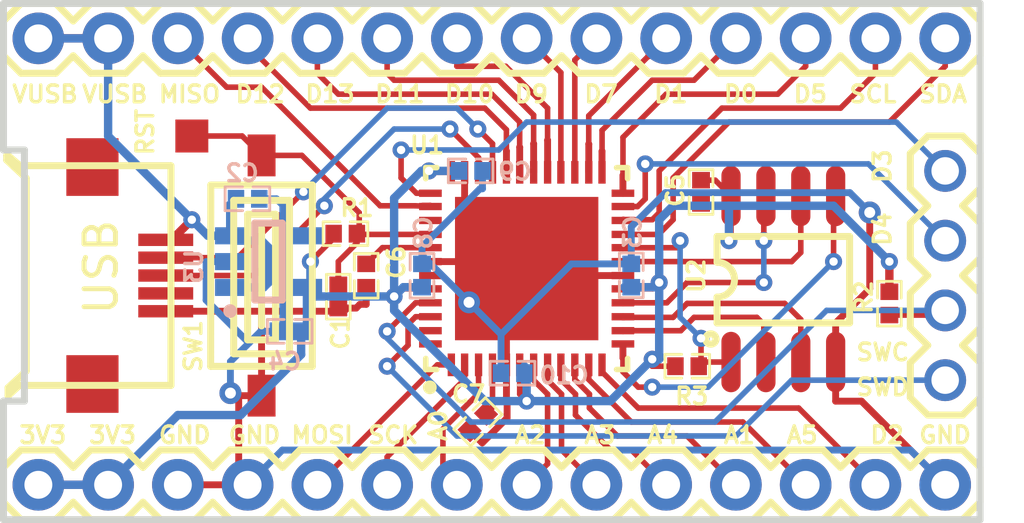
<source format=kicad_pcb>
(kicad_pcb (version 20171130) (host pcbnew "(5.1.12)-1")

  (general
    (thickness 1.6)
    (drawings 41)
    (tracks 415)
    (zones 0)
    (modules 22)
    (nets 40)
  )

  (page A4)
  (layers
    (0 F.Cu signal)
    (31 B.Cu signal)
    (32 B.Adhes user hide)
    (33 F.Adhes user hide)
    (34 B.Paste user hide)
    (35 F.Paste user hide)
    (36 B.SilkS user hide)
    (37 F.SilkS user hide)
    (38 B.Mask user hide)
    (39 F.Mask user hide)
    (40 Dwgs.User user hide)
    (41 Cmts.User user hide)
    (42 Eco1.User user hide)
    (43 Eco2.User user hide)
    (44 Edge.Cuts user)
    (45 Margin user hide)
    (46 B.CrtYd user hide)
    (47 F.CrtYd user hide)
    (48 B.Fab user hide)
    (49 F.Fab user hide)
  )

  (setup
    (last_trace_width 0.25)
    (trace_clearance 0.2)
    (zone_clearance 0.254)
    (zone_45_only no)
    (trace_min 0.2)
    (via_size 0.8)
    (via_drill 0.4)
    (via_min_size 0.4)
    (via_min_drill 0.3)
    (uvia_size 0.3)
    (uvia_drill 0.1)
    (uvias_allowed no)
    (uvia_min_size 0.2)
    (uvia_min_drill 0.1)
    (edge_width 0.05)
    (segment_width 0.2)
    (pcb_text_width 0.3)
    (pcb_text_size 1.5 1.5)
    (mod_edge_width 0.12)
    (mod_text_size 1 1)
    (mod_text_width 0.15)
    (pad_size 0.6 0.65)
    (pad_drill 0)
    (pad_to_mask_clearance 0.051)
    (solder_mask_min_width 0.25)
    (aux_axis_origin 0 0)
    (visible_elements 7FFFFFFF)
    (pcbplotparams
      (layerselection 0x010fc_ffffffff)
      (usegerberextensions false)
      (usegerberattributes false)
      (usegerberadvancedattributes false)
      (creategerberjobfile false)
      (excludeedgelayer true)
      (linewidth 0.100000)
      (plotframeref false)
      (viasonmask false)
      (mode 1)
      (useauxorigin false)
      (hpglpennumber 1)
      (hpglpenspeed 20)
      (hpglpendiameter 15.000000)
      (psnegative false)
      (psa4output false)
      (plotreference true)
      (plotvalue true)
      (plotinvisibletext false)
      (padsonsilk false)
      (subtractmaskfromsilk false)
      (outputformat 1)
      (mirror false)
      (drillshape 1)
      (scaleselection 1)
      (outputdirectory ""))
  )

  (net 0 "")
  (net 1 +3V3)
  (net 2 A0)
  (net 3 A1)
  (net 4 A2)
  (net 5 A3)
  (net 6 A4)
  (net 7 A5)
  (net 8 AREF)
  (net 9 D+)
  (net 10 D-)
  (net 11 D10)
  (net 12 D11)
  (net 13 D12)
  (net 14 D13)
  (net 15 D2)
  (net 16 D3)
  (net 17 D4)
  (net 18 D5)
  (net 19 D7)
  (net 20 D9)
  (net 21 GND)
  (net 22 MISO)
  (net 23 MOSI)
  (net 24 QSPI_CS)
  (net 25 QSPI_DAT0)
  (net 26 QSPI_DAT1)
  (net 27 QSPI_DAT2)
  (net 28 QSPI_DAT3)
  (net 29 QSPI_SCK)
  (net 30 RST)
  (net 31 RX_D0)
  (net 32 SCK)
  (net 33 SCL)
  (net 34 SDA)
  (net 35 SWCLK)
  (net 36 SWDIO)
  (net 37 TX_D1)
  (net 38 U1_41)
  (net 39 VUSB)

  (net_class Default "This is the default net class."
    (clearance 0.2)
    (trace_width 0.25)
    (via_dia 0.8)
    (via_drill 0.4)
    (uvia_dia 0.3)
    (uvia_drill 0.1)
    (add_net +3V3)
    (add_net A0)
    (add_net A1)
    (add_net A2)
    (add_net A3)
    (add_net A4)
    (add_net A5)
    (add_net AREF)
    (add_net D+)
    (add_net D-)
    (add_net D10)
    (add_net D11)
    (add_net D12)
    (add_net D13)
    (add_net D2)
    (add_net D3)
    (add_net D4)
    (add_net D5)
    (add_net D7)
    (add_net D9)
    (add_net GND)
    (add_net MISO)
    (add_net MOSI)
    (add_net QSPI_CS)
    (add_net QSPI_DAT0)
    (add_net QSPI_DAT1)
    (add_net QSPI_DAT2)
    (add_net QSPI_DAT3)
    (add_net QSPI_SCK)
    (add_net RST)
    (add_net RX_D0)
    (add_net SCK)
    (add_net SCL)
    (add_net SDA)
    (add_net SWCLK)
    (add_net SWDIO)
    (add_net TX_D1)
    (add_net U1_41)
    (add_net VUSB)
  )

  (module Connector_Wire:SolderWirePad_1x01_Drill0.8mm (layer F.Cu) (tedit 5E46A469) (tstamp 5E46FFE4)
    (at 19.558 21.082)
    (descr "Wire solder connection")
    (tags connector)
    (attr virtual)
    (fp_text reference REF** (at 0 -2.54) (layer F.SilkS) hide
      (effects (font (size 1 1) (thickness 0.15)))
    )
    (fp_text value SolderWirePad_1x01_Drill0.8mm (at 0 2.54) (layer F.Fab) hide
      (effects (font (size 1 1) (thickness 0.15)))
    )
    (fp_line (start -1.5 -1.5) (end 1.5 -1.5) (layer F.CrtYd) (width 0.05))
    (fp_line (start -1.5 -1.5) (end -1.5 1.5) (layer F.CrtYd) (width 0.05))
    (fp_line (start 1.5 1.5) (end 1.5 -1.5) (layer F.CrtYd) (width 0.05))
    (fp_line (start 1.5 1.5) (end -1.5 1.5) (layer F.CrtYd) (width 0.05))
    (fp_text user %R (at 0 0) (layer F.Fab) hide
      (effects (font (size 1 1) (thickness 0.15)))
    )
    (pad 1 smd rect (at 0 0) (size 1.2 1.2) (layers F.Cu F.Paste F.Mask)
      (net 30 RST))
  )

  (module easyeda:SOT-25 (layer F.Cu) (tedit 0) (tstamp 0)
    (at 22.352 25.654)
    (attr smd)
    (fp_text reference U3 (at -2.716 -0.508 90) (layer B.SilkS)
      (effects (font (size 0.61 0.61) (thickness 0.127)) (justify left mirror))
    )
    (fp_text value AP2112K-3.3TRG1 (at 0.127 -4.953) (layer B.Fab) hide
      (effects (font (size 1.143 1.143) (thickness 0.127)) (justify left mirror))
    )
    (fp_line (start -0.5 1.4) (end -0.5 -1.4) (layer B.SilkS) (width 0.254))
    (fp_line (start 0.5 1.4) (end -0.5 1.4) (layer B.SilkS) (width 0.254))
    (fp_line (start 0.5 -1.4) (end 0.5 1.4) (layer B.SilkS) (width 0.254))
    (fp_line (start -0.5 -1.4) (end 0.5 -1.4) (layer B.SilkS) (width 0.254))
    (fp_text user gge101 (at 0 0) (layer Cmts.User)
      (effects (font (size 1 1) (thickness 0.15)))
    )
    (fp_arc (start -1.4 1.802) (end -1.524 1.801) (angle 358.831) (layer B.SilkS) (width 0.249))
    (pad 5 smd rect (at 1.398 0.941 270) (size 0.622 1.105) (layers B.Cu B.Paste B.Mask)
      (net 1 +3V3))
    (pad 4 smd rect (at 1.398 -0.939 270) (size 0.622 1.105) (layers B.Cu B.Paste B.Mask))
    (pad 3 smd rect (at -1.396 -0.939 270) (size 0.622 1.105) (layers B.Cu B.Paste B.Mask)
      (net 39 VUSB))
    (pad 2 smd rect (at -1.396 0.001 270) (size 0.622 1.105) (layers B.Cu B.Paste B.Mask)
      (net 21 GND))
    (pad 1 smd rect (at -1.396 0.941 270) (size 0.622 1.105) (layers B.Cu B.Paste B.Mask)
      (net 39 VUSB))
  )

  (module easyeda:0402 (layer F.Cu) (tedit 0) (tstamp 0)
    (at 21.59 23.368 180)
    (attr smd)
    (fp_text reference C2 (at -0.478 0.937) (layer B.SilkS)
      (effects (font (size 0.61 0.61) (thickness 0.127)) (justify left mirror))
    )
    (fp_text value 1uF (at -1.085 -4.318) (layer B.Fab) hide
      (effects (font (size 1.143 1.143) (thickness 0.127)) (justify left mirror))
    )
    (fp_line (start -0.272 -0.432) (end -0.196 -0.432) (layer B.SilkS) (width 0.102))
    (fp_line (start -0.805 -0.432) (end -0.272 -0.432) (layer B.SilkS) (width 0.102))
    (fp_line (start -0.805 0.432) (end -0.805 -0.432) (layer B.SilkS) (width 0.102))
    (fp_line (start -0.196 0.432) (end -0.805 0.432) (layer B.SilkS) (width 0.102))
    (fp_line (start 0.287 0.432) (end 0.185 0.432) (layer B.SilkS) (width 0.102))
    (fp_line (start 0.82 0.432) (end 0.287 0.432) (layer B.SilkS) (width 0.102))
    (fp_line (start 0.82 -0.432) (end 0.82 0.432) (layer B.SilkS) (width 0.102))
    (fp_line (start 0.185 -0.432) (end 0.82 -0.432) (layer B.SilkS) (width 0.102))
    (fp_text user gge112 (at 0 0) (layer Cmts.User)
      (effects (font (size 1 1) (thickness 0.15)))
    )
    (pad 2 smd rect (at -0.424 0 180) (size 0.6 0.65) (layers B.Cu B.Paste B.Mask)
      (net 21 GND))
    (pad 1 smd rect (at 0.424 0 180) (size 0.6 0.65) (layers B.Cu B.Paste B.Mask)
      (net 39 VUSB))
  )

  (module easyeda:0402 (layer F.Cu) (tedit 0) (tstamp 0)
    (at 23.114 28.194)
    (attr smd)
    (fp_text reference C4 (at 0.505 1.095) (layer B.SilkS)
      (effects (font (size 0.61 0.61) (thickness 0.127)) (justify left mirror))
    )
    (fp_text value 1uF (at -1.087 -4.318 180) (layer B.Fab) hide
      (effects (font (size 1.143 1.143) (thickness 0.127)) (justify left mirror))
    )
    (fp_line (start -0.272 -0.432) (end -0.196 -0.432) (layer B.SilkS) (width 0.102))
    (fp_line (start -0.805 -0.432) (end -0.272 -0.432) (layer B.SilkS) (width 0.102))
    (fp_line (start -0.805 0.432) (end -0.805 -0.432) (layer B.SilkS) (width 0.102))
    (fp_line (start -0.196 0.432) (end -0.805 0.432) (layer B.SilkS) (width 0.102))
    (fp_line (start 0.287 0.432) (end 0.185 0.432) (layer B.SilkS) (width 0.102))
    (fp_line (start 0.82 0.432) (end 0.287 0.432) (layer B.SilkS) (width 0.102))
    (fp_line (start 0.82 -0.432) (end 0.82 0.432) (layer B.SilkS) (width 0.102))
    (fp_line (start 0.185 -0.432) (end 0.82 -0.432) (layer B.SilkS) (width 0.102))
    (fp_text user gge119 (at 0 0) (layer Cmts.User)
      (effects (font (size 1 1) (thickness 0.15)))
    )
    (pad 2 smd rect (at -0.424 0) (size 0.6 0.65) (layers B.Cu B.Paste B.Mask)
      (net 21 GND))
    (pad 1 smd rect (at 0.424 0) (size 0.6 0.65) (layers B.Cu B.Paste B.Mask)
      (net 1 +3V3))
  )

  (module easyeda:0402 (layer F.Cu) (tedit 0) (tstamp 0)
    (at 31.242 29.718 180)
    (attr smd)
    (fp_text reference C10 (at -2.8448 -0.0762) (layer B.SilkS)
      (effects (font (size 0.61 0.61) (thickness 0.127)) (justify left mirror))
    )
    (fp_text value 1uF (at 0.008 -3.81 180) (layer B.Fab) hide
      (effects (font (size 1.143 1.143) (thickness 0.127)) (justify left mirror))
    )
    (fp_line (start -0.272 -0.432) (end -0.196 -0.432) (layer B.SilkS) (width 0.102))
    (fp_line (start -0.805 -0.432) (end -0.272 -0.432) (layer B.SilkS) (width 0.102))
    (fp_line (start -0.805 0.432) (end -0.805 -0.432) (layer B.SilkS) (width 0.102))
    (fp_line (start -0.196 0.432) (end -0.805 0.432) (layer B.SilkS) (width 0.102))
    (fp_line (start 0.287 0.432) (end 0.185 0.432) (layer B.SilkS) (width 0.102))
    (fp_line (start 0.82 0.432) (end 0.287 0.432) (layer B.SilkS) (width 0.102))
    (fp_line (start 0.82 -0.432) (end 0.82 0.432) (layer B.SilkS) (width 0.102))
    (fp_line (start 0.185 -0.432) (end 0.82 -0.432) (layer B.SilkS) (width 0.102))
    (fp_text user gge573 (at 0 0) (layer Cmts.User)
      (effects (font (size 1 1) (thickness 0.15)))
    )
    (pad 2 smd rect (at -0.424 0 180) (size 0.6 0.65) (layers B.Cu B.Paste B.Mask)
      (net 1 +3V3))
    (pad 1 smd rect (at 0.424 0 180) (size 0.6 0.65) (layers B.Cu B.Paste B.Mask)
      (net 21 GND))
  )

  (module easyeda:0402 (layer F.Cu) (tedit 0) (tstamp 0)
    (at 35.56 26.162 90)
    (attr smd)
    (fp_text reference C3 (at 2.2606 0.0508 90) (layer B.SilkS)
      (effects (font (size 0.61 0.61) (thickness 0.127)) (justify left mirror))
    )
    (fp_text value 1uF (at 0.008 -3.81 90) (layer B.Fab) hide
      (effects (font (size 1.143 1.143) (thickness 0.127)) (justify left mirror))
    )
    (fp_line (start -0.272 -0.432) (end -0.196 -0.432) (layer B.SilkS) (width 0.102))
    (fp_line (start -0.805 -0.432) (end -0.272 -0.432) (layer B.SilkS) (width 0.102))
    (fp_line (start -0.805 0.432) (end -0.805 -0.432) (layer B.SilkS) (width 0.102))
    (fp_line (start -0.196 0.432) (end -0.805 0.432) (layer B.SilkS) (width 0.102))
    (fp_line (start 0.287 0.432) (end 0.185 0.432) (layer B.SilkS) (width 0.102))
    (fp_line (start 0.82 0.432) (end 0.287 0.432) (layer B.SilkS) (width 0.102))
    (fp_line (start 0.82 -0.432) (end 0.82 0.432) (layer B.SilkS) (width 0.102))
    (fp_line (start 0.185 -0.432) (end 0.82 -0.432) (layer B.SilkS) (width 0.102))
    (fp_text user gge522 (at 0 0) (layer Cmts.User)
      (effects (font (size 1 1) (thickness 0.15)))
    )
    (pad 2 smd rect (at -0.424 0 90) (size 0.6 0.65) (layers B.Cu B.Paste B.Mask)
      (net 1 +3V3))
    (pad 1 smd rect (at 0.424 0 90) (size 0.6 0.65) (layers B.Cu B.Paste B.Mask)
      (net 21 GND))
  )

  (module easyeda:0402 (layer F.Cu) (tedit 0) (tstamp 0)
    (at 27.94 26.162 270)
    (attr smd)
    (fp_text reference C8 (at -2.2352 -0.0508 90) (layer B.SilkS)
      (effects (font (size 0.61 0.61) (thickness 0.127)) (justify left mirror))
    )
    (fp_text value 1uF (at 0.008 -3.81 270) (layer B.Fab) hide
      (effects (font (size 1.143 1.143) (thickness 0.127)) (justify left mirror))
    )
    (fp_line (start -0.272 -0.432) (end -0.196 -0.432) (layer B.SilkS) (width 0.102))
    (fp_line (start -0.805 -0.432) (end -0.272 -0.432) (layer B.SilkS) (width 0.102))
    (fp_line (start -0.805 0.432) (end -0.805 -0.432) (layer B.SilkS) (width 0.102))
    (fp_line (start -0.196 0.432) (end -0.805 0.432) (layer B.SilkS) (width 0.102))
    (fp_line (start 0.287 0.432) (end 0.185 0.432) (layer B.SilkS) (width 0.102))
    (fp_line (start 0.82 0.432) (end 0.287 0.432) (layer B.SilkS) (width 0.102))
    (fp_line (start 0.82 -0.432) (end 0.82 0.432) (layer B.SilkS) (width 0.102))
    (fp_line (start 0.185 -0.432) (end 0.82 -0.432) (layer B.SilkS) (width 0.102))
    (fp_text user gge539 (at 0 0) (layer Cmts.User)
      (effects (font (size 1 1) (thickness 0.15)))
    )
    (pad 2 smd rect (at -0.424 0 270) (size 0.6 0.65) (layers B.Cu B.Paste B.Mask)
      (net 21 GND))
    (pad 1 smd rect (at 0.424 0 270) (size 0.6 0.65) (layers B.Cu B.Paste B.Mask)
      (net 1 +3V3))
  )

  (module easyeda:0402 (layer F.Cu) (tedit 0) (tstamp 0)
    (at 29.718 22.352 180)
    (attr smd)
    (fp_text reference C9 (at -2.286 -0.0254) (layer B.SilkS)
      (effects (font (size 0.61 0.61) (thickness 0.127)) (justify left mirror))
    )
    (fp_text value 1uF (at 0.008 -3.81 180) (layer B.Fab) hide
      (effects (font (size 1.143 1.143) (thickness 0.127)) (justify left mirror))
    )
    (fp_line (start -0.272 -0.432) (end -0.196 -0.432) (layer B.SilkS) (width 0.102))
    (fp_line (start -0.805 -0.432) (end -0.272 -0.432) (layer B.SilkS) (width 0.102))
    (fp_line (start -0.805 0.432) (end -0.805 -0.432) (layer B.SilkS) (width 0.102))
    (fp_line (start -0.196 0.432) (end -0.805 0.432) (layer B.SilkS) (width 0.102))
    (fp_line (start 0.287 0.432) (end 0.185 0.432) (layer B.SilkS) (width 0.102))
    (fp_line (start 0.82 0.432) (end 0.287 0.432) (layer B.SilkS) (width 0.102))
    (fp_line (start 0.82 -0.432) (end 0.82 0.432) (layer B.SilkS) (width 0.102))
    (fp_line (start 0.185 -0.432) (end 0.82 -0.432) (layer B.SilkS) (width 0.102))
    (fp_text user gge556 (at 0 0) (layer Cmts.User)
      (effects (font (size 1 1) (thickness 0.15)))
    )
    (pad 2 smd rect (at -0.424 0 180) (size 0.6 0.65) (layers B.Cu B.Paste B.Mask)
      (net 21 GND))
    (pad 1 smd rect (at 0.424 0 180) (size 0.6 0.65) (layers B.Cu B.Paste B.Mask)
      (net 1 +3V3))
  )

  (module easyeda:48QFN7X7 (layer F.Cu) (tedit 0) (tstamp 0)
    (at 31.75 25.908 90)
    (attr smd)
    (fp_text reference U1 (at 4.493 -4.318) (layer F.SilkS)
      (effects (font (size 0.61 0.61) (thickness 0.127)) (justify left))
    )
    (fp_text value ATSAMD51G19A-MU (at -0.508 -7.366 90) (layer F.Fab) hide
      (effects (font (size 1.143 1.143) (thickness 0.127)) (justify left))
    )
    (fp_line (start 3.675 -3.675) (end 3.274 -3.675) (layer F.SilkS) (width 0.201))
    (fp_line (start 3.675 -3.274) (end 3.675 -3.675) (layer F.SilkS) (width 0.201))
    (fp_line (start 3.675 3.675) (end 3.675 3.274) (layer F.SilkS) (width 0.201))
    (fp_line (start 3.274 3.675) (end 3.675 3.675) (layer F.SilkS) (width 0.201))
    (fp_line (start -3.675 3.675) (end -3.274 3.675) (layer F.SilkS) (width 0.201))
    (fp_line (start -3.675 3.274) (end -3.675 3.675) (layer F.SilkS) (width 0.201))
    (fp_line (start -3.675 -3.675) (end -3.274 -3.675) (layer F.SilkS) (width 0.201))
    (fp_line (start -3.675 -3.274) (end -3.675 -3.675) (layer F.SilkS) (width 0.201))
    (fp_text user gge126 (at 0 0) (layer Cmts.User)
      (effects (font (size 1 1) (thickness 0.15)))
    )
    (fp_arc (start -4.326 -3.524) (end -4.201 -3.523) (angle 358.831) (layer F.SilkS) (width 0.249))
    (pad 49 smd rect (at -0.001 0.001 90) (size 5.22 5.22) (layers F.Cu F.Paste F.Mask)
      (net 21 GND))
    (pad 48 smd rect (at -2.744 -3.504 90) (size 0.267 0.826) (layers F.Cu F.Paste F.Mask))
    (pad 47 smd rect (at -2.262 -3.504 90) (size 0.267 0.826) (layers F.Cu F.Paste F.Mask))
    (pad 46 smd rect (at -1.754 -3.504 90) (size 0.267 0.826) (layers F.Cu F.Paste F.Mask)
      (net 36 SWDIO))
    (pad 45 smd rect (at -1.246 -3.504 90) (size 0.267 0.826) (layers F.Cu F.Paste F.Mask)
      (net 35 SWCLK))
    (pad 44 smd rect (at -0.738 -3.504 90) (size 0.267 0.826) (layers F.Cu F.Paste F.Mask)
      (net 1 +3V3))
    (pad 43 smd rect (at -0.255 -3.504 90) (size 0.267 0.826) (layers F.Cu F.Paste F.Mask))
    (pad 42 smd rect (at 0.253 -3.504 90) (size 0.267 0.826) (layers F.Cu F.Paste F.Mask)
      (net 21 GND))
    (pad 41 smd rect (at 0.761 -3.504 90) (size 0.267 0.826) (layers F.Cu F.Paste F.Mask)
      (net 38 U1_41))
    (pad 40 smd rect (at 1.243 -3.504 90) (size 0.267 0.826) (layers F.Cu F.Paste F.Mask)
      (net 30 RST))
    (pad 39 smd rect (at 1.751 -3.504 90) (size 0.267 0.826) (layers F.Cu F.Paste F.Mask))
    (pad 38 smd rect (at 2.259 -3.504 90) (size 0.267 0.826) (layers F.Cu F.Paste F.Mask)
      (net 22 MISO))
    (pad 37 smd rect (at 2.742 -3.504 90) (size 0.267 0.826) (layers F.Cu F.Paste F.Mask)
      (net 16 D3))
    (pad 36 smd rect (at 3.504 -2.742 180) (size 0.267 0.826) (layers F.Cu F.Paste F.Mask)
      (net 1 +3V3))
    (pad 35 smd rect (at 3.504 -2.259 180) (size 0.267 0.826) (layers F.Cu F.Paste F.Mask)
      (net 21 GND))
    (pad 34 smd rect (at 3.504 -1.751 180) (size 0.267 0.826) (layers F.Cu F.Paste F.Mask)
      (net 9 D+))
    (pad 33 smd rect (at 3.504 -1.243 180) (size 0.267 0.826) (layers F.Cu F.Paste F.Mask)
      (net 10 D-))
    (pad 32 smd rect (at 3.504 -0.735 180) (size 0.267 0.826) (layers F.Cu F.Paste F.Mask)
      (net 13 D12))
    (pad 31 smd rect (at 3.504 -0.253 180) (size 0.267 0.826) (layers F.Cu F.Paste F.Mask)
      (net 14 D13))
    (pad 30 smd rect (at 3.504 0.255 180) (size 0.267 0.826) (layers F.Cu F.Paste F.Mask)
      (net 12 D11))
    (pad 29 smd rect (at 3.504 0.763 180) (size 0.267 0.826) (layers F.Cu F.Paste F.Mask)
      (net 11 D10))
    (pad 28 smd rect (at 3.504 1.246 180) (size 0.267 0.826) (layers F.Cu F.Paste F.Mask)
      (net 20 D9))
    (pad 27 smd rect (at 3.504 1.754 180) (size 0.267 0.826) (layers F.Cu F.Paste F.Mask)
      (net 19 D7))
    (pad 26 smd rect (at 3.504 2.262 180) (size 0.267 0.826) (layers F.Cu F.Paste F.Mask)
      (net 37 TX_D1))
    (pad 25 smd rect (at 3.504 2.744 180) (size 0.267 0.826) (layers F.Cu F.Paste F.Mask)
      (net 31 RX_D0))
    (pad 24 smd rect (at 2.742 3.506 90) (size 0.267 0.826) (layers F.Cu F.Paste F.Mask)
      (net 18 D5))
    (pad 23 smd rect (at 2.259 3.506 90) (size 0.267 0.826) (layers F.Cu F.Paste F.Mask)
      (net 17 D4))
    (pad 22 smd rect (at 1.751 3.506 90) (size 0.267 0.826) (layers F.Cu F.Paste F.Mask)
      (net 33 SCL))
    (pad 21 smd rect (at 1.243 3.506 90) (size 0.267 0.826) (layers F.Cu F.Paste F.Mask)
      (net 34 SDA))
    (pad 20 smd rect (at 0.761 3.506 90) (size 0.267 0.826) (layers F.Cu F.Paste F.Mask)
      (net 24 QSPI_CS))
    (pad 19 smd rect (at 0.253 3.506 90) (size 0.267 0.826) (layers F.Cu F.Paste F.Mask)
      (net 29 QSPI_SCK))
    (pad 18 smd rect (at -0.255 3.506 90) (size 0.267 0.826) (layers F.Cu F.Paste F.Mask)
      (net 21 GND))
    (pad 17 smd rect (at -0.738 3.506 90) (size 0.267 0.826) (layers F.Cu F.Paste F.Mask)
      (net 1 +3V3))
    (pad 16 smd rect (at -1.246 3.506 90) (size 0.267 0.826) (layers F.Cu F.Paste F.Mask)
      (net 28 QSPI_DAT3))
    (pad 15 smd rect (at -1.754 3.506 90) (size 0.267 0.826) (layers F.Cu F.Paste F.Mask)
      (net 27 QSPI_DAT2))
    (pad 14 smd rect (at -2.262 3.506 90) (size 0.267 0.826) (layers F.Cu F.Paste F.Mask)
      (net 26 QSPI_DAT1))
    (pad 13 smd rect (at -2.744 3.506 90) (size 0.267 0.826) (layers F.Cu F.Paste F.Mask)
      (net 25 QSPI_DAT0))
    (pad 12 smd rect (at -3.506 2.744 180) (size 0.267 0.826) (layers F.Cu F.Paste F.Mask)
      (net 15 D2))
    (pad 11 smd rect (at -3.506 2.262 180) (size 0.267 0.826) (layers F.Cu F.Paste F.Mask)
      (net 7 A5))
    (pad 10 smd rect (at -3.506 1.754 180) (size 0.267 0.826) (layers F.Cu F.Paste F.Mask)
      (net 3 A1))
    (pad 9 smd rect (at -3.506 1.246 180) (size 0.267 0.826) (layers F.Cu F.Paste F.Mask)
      (net 6 A4))
    (pad 8 smd rect (at -3.506 0.763 180) (size 0.267 0.826) (layers F.Cu F.Paste F.Mask)
      (net 5 A3))
    (pad 7 smd rect (at -3.506 0.255 180) (size 0.267 0.826) (layers F.Cu F.Paste F.Mask)
      (net 4 A2))
    (pad 6 smd rect (at -3.506 -0.253 180) (size 0.267 0.826) (layers F.Cu F.Paste F.Mask)
      (net 1 +3V3))
    (pad 5 smd rect (at -3.506 -0.735 180) (size 0.267 0.826) (layers F.Cu F.Paste F.Mask)
      (net 21 GND))
    (pad 4 smd rect (at -3.506 -1.243 180) (size 0.267 0.826) (layers F.Cu F.Paste F.Mask)
      (net 8 AREF))
    (pad 3 smd rect (at -3.506 -1.751 180) (size 0.267 0.826) (layers F.Cu F.Paste F.Mask)
      (net 2 A0))
    (pad 2 smd rect (at -3.506 -2.259 180) (size 0.267 0.826) (layers F.Cu F.Paste F.Mask)
      (net 32 SCK))
    (pad 1 smd rect (at -3.506 -2.742 180) (size 0.267 0.826) (layers F.Cu F.Paste F.Mask)
      (net 23 MOSI))
  )

  (module easyeda:MICRO-USB-12 (layer F.Cu) (tedit 0) (tstamp 0)
    (at 17.272 26.162)
    (attr smd)
    (fp_text reference USB (at -1.016 1.524 90) (layer F.SilkS)
      (effects (font (size 1.143 1.143) (thickness 0.178)) (justify left))
    )
    (fp_text value "Micro USB-B 5P_C40942" (at -1.205 -8.382) (layer F.Fab) hide
      (effects (font (size 1.143 1.143) (thickness 0.127)) (justify left))
    )
    (fp_line (start 1.527 4) (end 1.527 -4) (layer F.SilkS) (width 0.254))
    (fp_line (start 1.516 -4) (end -3.985 -4) (layer F.SilkS) (width 0.254))
    (fp_line (start -4.404 -4.369) (end -3.985 -4.011) (layer F.SilkS) (width 0.254))
    (fp_line (start -4.455 -4.369) (end -4.404 -4.369) (layer F.SilkS) (width 0.254))
    (fp_line (start -4.455 -4.204) (end -4.455 -4.369) (layer F.SilkS) (width 0.254))
    (fp_line (start -3.744 -3.541) (end -4.455 -4.204) (layer F.SilkS) (width 0.254))
    (fp_line (start -3.744 3.475) (end -3.744 -3.541) (layer F.SilkS) (width 0.254))
    (fp_line (start -4.404 4.084) (end -3.744 3.475) (layer F.SilkS) (width 0.254))
    (fp_line (start -4.404 4.376) (end -4.404 4.084) (layer F.SilkS) (width 0.254))
    (fp_line (start -3.985 3.99) (end -4.404 4.376) (layer F.SilkS) (width 0.254))
    (fp_line (start 1.527 4) (end -3.975 4) (layer F.SilkS) (width 0.254))
    (fp_text user gge208 (at 0 0) (layer Cmts.User)
      (effects (font (size 1 1) (thickness 0.15)))
    )
    (pad 5 smd rect (at 1.336 1.3 180) (size 2 0.45) (layers F.Cu F.Paste F.Mask)
      (net 21 GND))
    (pad 4 smd rect (at 1.336 0.65 180) (size 2 0.45) (layers F.Cu F.Paste F.Mask))
    (pad 3 smd rect (at 1.336 0 180) (size 2 0.45) (layers F.Cu F.Paste F.Mask)
      (net 9 D+))
    (pad 2 smd rect (at 1.336 -0.65 180) (size 2 0.45) (layers F.Cu F.Paste F.Mask)
      (net 10 D-))
    (pad 1 smd rect (at 1.336 -1.3 180) (size 2 0.45) (layers F.Cu F.Paste F.Mask)
      (net 39 VUSB))
    (pad 0 smd rect (at -1.333 3.95 270) (size 2.1 1.9) (layers F.Cu F.Paste F.Mask))
    (pad 0 smd rect (at -1.333 -3.95 270) (size 2.1 1.9) (layers F.Cu F.Paste F.Mask))
    (pad "" np_thru_hole circle (at 0.814 -1.999) (size 0.65 0.65) (drill 0.65) (layers *.Cu *.Mask))
    (pad "" np_thru_hole circle (at 0.814 1.999) (size 0.65 0.65) (drill 0.65) (layers *.Cu *.Mask))
  )

  (module easyeda:1X14 (layer F.Cu) (tedit 0) (tstamp 0)
    (at 30.48 17.526)
    (fp_text reference JP1 (at 11.938 2.654) (layer Cmts.User)
      (effects (font (size 0.61 0.61) (thickness 0.127)) (justify left))
    )
    (fp_text value M14 (at 0 -4.572) (layer F.Fab) hide
      (effects (font (size 1.143 1.143) (thickness 0.127)) (justify left))
    )
    (fp_line (start 17.78 -0.635) (end 17.78 0.635) (layer F.SilkS) (width 0.254))
    (fp_line (start 1.905 1.27) (end 0.635 1.27) (layer F.SilkS) (width 0.254))
    (fp_line (start 0 0.635) (end 0.635 1.27) (layer F.SilkS) (width 0.254))
    (fp_line (start 0.635 -1.27) (end 0 -0.635) (layer F.SilkS) (width 0.254))
    (fp_line (start 3.175 1.27) (end 2.54 0.635) (layer F.SilkS) (width 0.254))
    (fp_line (start 4.445 1.27) (end 3.175 1.27) (layer F.SilkS) (width 0.254))
    (fp_line (start 5.08 0.635) (end 4.445 1.27) (layer F.SilkS) (width 0.254))
    (fp_line (start 4.445 -1.27) (end 5.08 -0.635) (layer F.SilkS) (width 0.254))
    (fp_line (start 3.175 -1.27) (end 4.445 -1.27) (layer F.SilkS) (width 0.254))
    (fp_line (start 2.54 -0.635) (end 3.175 -1.27) (layer F.SilkS) (width 0.254))
    (fp_line (start 2.54 0.635) (end 1.905 1.27) (layer F.SilkS) (width 0.254))
    (fp_line (start 1.905 -1.27) (end 2.54 -0.635) (layer F.SilkS) (width 0.254))
    (fp_line (start 0.635 -1.27) (end 1.905 -1.27) (layer F.SilkS) (width 0.254))
    (fp_line (start 9.525 1.27) (end 8.255 1.27) (layer F.SilkS) (width 0.254))
    (fp_line (start 7.62 0.635) (end 8.255 1.27) (layer F.SilkS) (width 0.254))
    (fp_line (start 8.255 -1.27) (end 7.62 -0.635) (layer F.SilkS) (width 0.254))
    (fp_line (start 5.715 1.27) (end 5.08 0.635) (layer F.SilkS) (width 0.254))
    (fp_line (start 6.985 1.27) (end 5.715 1.27) (layer F.SilkS) (width 0.254))
    (fp_line (start 7.62 0.635) (end 6.985 1.27) (layer F.SilkS) (width 0.254))
    (fp_line (start 6.985 -1.27) (end 7.62 -0.635) (layer F.SilkS) (width 0.254))
    (fp_line (start 5.715 -1.27) (end 6.985 -1.27) (layer F.SilkS) (width 0.254))
    (fp_line (start 5.08 -0.635) (end 5.715 -1.27) (layer F.SilkS) (width 0.254))
    (fp_line (start 10.795 1.27) (end 10.16 0.635) (layer F.SilkS) (width 0.254))
    (fp_line (start 12.065 1.27) (end 10.795 1.27) (layer F.SilkS) (width 0.254))
    (fp_line (start 12.7 0.635) (end 12.065 1.27) (layer F.SilkS) (width 0.254))
    (fp_line (start 12.065 -1.27) (end 12.7 -0.635) (layer F.SilkS) (width 0.254))
    (fp_line (start 10.795 -1.27) (end 12.065 -1.27) (layer F.SilkS) (width 0.254))
    (fp_line (start 10.16 -0.635) (end 10.795 -1.27) (layer F.SilkS) (width 0.254))
    (fp_line (start 10.16 0.635) (end 9.525 1.27) (layer F.SilkS) (width 0.254))
    (fp_line (start 9.525 -1.27) (end 10.16 -0.635) (layer F.SilkS) (width 0.254))
    (fp_line (start 8.255 -1.27) (end 9.525 -1.27) (layer F.SilkS) (width 0.254))
    (fp_line (start 17.145 1.27) (end 15.875 1.27) (layer F.SilkS) (width 0.254))
    (fp_line (start 15.24 0.635) (end 15.875 1.27) (layer F.SilkS) (width 0.254))
    (fp_line (start 15.875 -1.27) (end 15.24 -0.635) (layer F.SilkS) (width 0.254))
    (fp_line (start 13.335 1.27) (end 12.7 0.635) (layer F.SilkS) (width 0.254))
    (fp_line (start 14.605 1.27) (end 13.335 1.27) (layer F.SilkS) (width 0.254))
    (fp_line (start 15.24 0.635) (end 14.605 1.27) (layer F.SilkS) (width 0.254))
    (fp_line (start 14.605 -1.27) (end 15.24 -0.635) (layer F.SilkS) (width 0.254))
    (fp_line (start 13.335 -1.27) (end 14.605 -1.27) (layer F.SilkS) (width 0.254))
    (fp_line (start 12.7 -0.635) (end 13.335 -1.27) (layer F.SilkS) (width 0.254))
    (fp_line (start 17.78 0.635) (end 17.145 1.27) (layer F.SilkS) (width 0.254))
    (fp_line (start 17.145 -1.27) (end 17.78 -0.635) (layer F.SilkS) (width 0.254))
    (fp_line (start 15.875 -1.27) (end 17.145 -1.27) (layer F.SilkS) (width 0.254))
    (fp_line (start -15.875 1.27) (end -17.145 1.27) (layer F.SilkS) (width 0.254))
    (fp_line (start -17.78 0.635) (end -17.145 1.27) (layer F.SilkS) (width 0.254))
    (fp_line (start -17.145 -1.27) (end -17.78 -0.635) (layer F.SilkS) (width 0.254))
    (fp_line (start -17.78 -0.635) (end -17.78 0.635) (layer F.SilkS) (width 0.254))
    (fp_line (start -14.605 1.27) (end -15.24 0.635) (layer F.SilkS) (width 0.254))
    (fp_line (start -13.335 1.27) (end -14.605 1.27) (layer F.SilkS) (width 0.254))
    (fp_line (start -12.7 0.635) (end -13.335 1.27) (layer F.SilkS) (width 0.254))
    (fp_line (start -13.335 -1.27) (end -12.7 -0.635) (layer F.SilkS) (width 0.254))
    (fp_line (start -14.605 -1.27) (end -13.335 -1.27) (layer F.SilkS) (width 0.254))
    (fp_line (start -15.24 -0.635) (end -14.605 -1.27) (layer F.SilkS) (width 0.254))
    (fp_line (start -15.24 0.635) (end -15.875 1.27) (layer F.SilkS) (width 0.254))
    (fp_line (start -15.875 -1.27) (end -15.24 -0.635) (layer F.SilkS) (width 0.254))
    (fp_line (start -17.145 -1.27) (end -15.875 -1.27) (layer F.SilkS) (width 0.254))
    (fp_line (start -8.255 1.27) (end -9.525 1.27) (layer F.SilkS) (width 0.254))
    (fp_line (start -10.16 0.635) (end -9.525 1.27) (layer F.SilkS) (width 0.254))
    (fp_line (start -9.525 -1.27) (end -10.16 -0.635) (layer F.SilkS) (width 0.254))
    (fp_line (start -12.065 1.27) (end -12.7 0.635) (layer F.SilkS) (width 0.254))
    (fp_line (start -10.795 1.27) (end -12.065 1.27) (layer F.SilkS) (width 0.254))
    (fp_line (start -10.16 0.635) (end -10.795 1.27) (layer F.SilkS) (width 0.254))
    (fp_line (start -10.795 -1.27) (end -10.16 -0.635) (layer F.SilkS) (width 0.254))
    (fp_line (start -12.065 -1.27) (end -10.795 -1.27) (layer F.SilkS) (width 0.254))
    (fp_line (start -12.7 -0.635) (end -12.065 -1.27) (layer F.SilkS) (width 0.254))
    (fp_line (start -6.985 1.27) (end -7.62 0.635) (layer F.SilkS) (width 0.254))
    (fp_line (start -5.715 1.27) (end -6.985 1.27) (layer F.SilkS) (width 0.254))
    (fp_line (start -5.08 0.635) (end -5.715 1.27) (layer F.SilkS) (width 0.254))
    (fp_line (start -5.715 -1.27) (end -5.08 -0.635) (layer F.SilkS) (width 0.254))
    (fp_line (start -6.985 -1.27) (end -5.715 -1.27) (layer F.SilkS) (width 0.254))
    (fp_line (start -7.62 -0.635) (end -6.985 -1.27) (layer F.SilkS) (width 0.254))
    (fp_line (start -7.62 0.635) (end -8.255 1.27) (layer F.SilkS) (width 0.254))
    (fp_line (start -8.255 -1.27) (end -7.62 -0.635) (layer F.SilkS) (width 0.254))
    (fp_line (start -9.525 -1.27) (end -8.255 -1.27) (layer F.SilkS) (width 0.254))
    (fp_line (start -0.635 1.27) (end -1.905 1.27) (layer F.SilkS) (width 0.254))
    (fp_line (start -2.54 0.635) (end -1.905 1.27) (layer F.SilkS) (width 0.254))
    (fp_line (start -1.905 -1.27) (end -2.54 -0.635) (layer F.SilkS) (width 0.254))
    (fp_line (start -4.445 1.27) (end -5.08 0.635) (layer F.SilkS) (width 0.254))
    (fp_line (start -3.175 1.27) (end -4.445 1.27) (layer F.SilkS) (width 0.254))
    (fp_line (start -2.54 0.635) (end -3.175 1.27) (layer F.SilkS) (width 0.254))
    (fp_line (start -3.175 -1.27) (end -2.54 -0.635) (layer F.SilkS) (width 0.254))
    (fp_line (start -4.445 -1.27) (end -3.175 -1.27) (layer F.SilkS) (width 0.254))
    (fp_line (start -5.08 -0.635) (end -4.445 -1.27) (layer F.SilkS) (width 0.254))
    (fp_line (start 0 0.635) (end -0.635 1.27) (layer F.SilkS) (width 0.254))
    (fp_line (start -0.635 -1.27) (end 0 -0.635) (layer F.SilkS) (width 0.254))
    (fp_line (start -1.905 -1.27) (end -0.635 -1.27) (layer F.SilkS) (width 0.254))
    (fp_text user gge224 (at 0 0) (layer Cmts.User)
      (effects (font (size 1 1) (thickness 0.15)))
    )
    (pad 1 thru_hole circle (at -16.51 0 90) (size 1.88 1.88) (drill 1.016) (layers *.Cu *.Paste *.Mask)
      (net 39 VUSB))
    (pad 2 thru_hole circle (at -13.97 0 90) (size 1.88 1.88) (drill 1.016) (layers *.Cu *.Paste *.Mask)
      (net 39 VUSB))
    (pad 3 thru_hole circle (at -11.43 0 90) (size 1.88 1.88) (drill 1.016) (layers *.Cu *.Paste *.Mask)
      (net 22 MISO))
    (pad 4 thru_hole circle (at -8.89 0 90) (size 1.88 1.88) (drill 1.016) (layers *.Cu *.Paste *.Mask)
      (net 13 D12))
    (pad 5 thru_hole circle (at -6.35 0 90) (size 1.88 1.88) (drill 1.016) (layers *.Cu *.Paste *.Mask)
      (net 14 D13))
    (pad 6 thru_hole circle (at -3.81 0 90) (size 1.88 1.88) (drill 1.016) (layers *.Cu *.Paste *.Mask)
      (net 12 D11))
    (pad 7 thru_hole circle (at -1.27 0 90) (size 1.88 1.88) (drill 1.016) (layers *.Cu *.Paste *.Mask)
      (net 11 D10))
    (pad 8 thru_hole circle (at 1.27 0 90) (size 1.88 1.88) (drill 1.016) (layers *.Cu *.Paste *.Mask)
      (net 20 D9))
    (pad 9 thru_hole circle (at 3.81 0 90) (size 1.88 1.88) (drill 1.016) (layers *.Cu *.Paste *.Mask)
      (net 19 D7))
    (pad 10 thru_hole circle (at 6.35 0 90) (size 1.88 1.88) (drill 1.016) (layers *.Cu *.Paste *.Mask)
      (net 37 TX_D1))
    (pad 11 thru_hole circle (at 8.89 0 90) (size 1.88 1.88) (drill 1.016) (layers *.Cu *.Paste *.Mask)
      (net 31 RX_D0))
    (pad 12 thru_hole circle (at 11.43 0 90) (size 1.88 1.88) (drill 1.016) (layers *.Cu *.Paste *.Mask)
      (net 18 D5))
    (pad 13 thru_hole circle (at 13.97 0 90) (size 1.88 1.88) (drill 1.016) (layers *.Cu *.Paste *.Mask)
      (net 33 SCL))
    (pad 14 thru_hole circle (at 16.51 0 90) (size 1.88 1.88) (drill 1.016) (layers *.Cu *.Paste *.Mask)
      (net 34 SDA))
  )

  (module easyeda:1X14 (layer F.Cu) (tedit 0) (tstamp 0)
    (at 30.48 33.782 180)
    (fp_text reference JP2 (at -11.684 2.68) (layer Cmts.User)
      (effects (font (size 0.61 0.61) (thickness 0.127)) (justify left))
    )
    (fp_text value M14 (at 0 -4.572 180) (layer F.Fab) hide
      (effects (font (size 1.143 1.143) (thickness 0.127)) (justify left))
    )
    (fp_line (start 17.78 -0.635) (end 17.78 0.635) (layer F.SilkS) (width 0.254))
    (fp_line (start 1.905 1.27) (end 0.635 1.27) (layer F.SilkS) (width 0.254))
    (fp_line (start 0 0.635) (end 0.635 1.27) (layer F.SilkS) (width 0.254))
    (fp_line (start 0.635 -1.27) (end 0 -0.635) (layer F.SilkS) (width 0.254))
    (fp_line (start 3.175 1.27) (end 2.54 0.635) (layer F.SilkS) (width 0.254))
    (fp_line (start 4.445 1.27) (end 3.175 1.27) (layer F.SilkS) (width 0.254))
    (fp_line (start 5.08 0.635) (end 4.445 1.27) (layer F.SilkS) (width 0.254))
    (fp_line (start 4.445 -1.27) (end 5.08 -0.635) (layer F.SilkS) (width 0.254))
    (fp_line (start 3.175 -1.27) (end 4.445 -1.27) (layer F.SilkS) (width 0.254))
    (fp_line (start 2.54 -0.635) (end 3.175 -1.27) (layer F.SilkS) (width 0.254))
    (fp_line (start 2.54 0.635) (end 1.905 1.27) (layer F.SilkS) (width 0.254))
    (fp_line (start 1.905 -1.27) (end 2.54 -0.635) (layer F.SilkS) (width 0.254))
    (fp_line (start 0.635 -1.27) (end 1.905 -1.27) (layer F.SilkS) (width 0.254))
    (fp_line (start 9.525 1.27) (end 8.255 1.27) (layer F.SilkS) (width 0.254))
    (fp_line (start 7.62 0.635) (end 8.255 1.27) (layer F.SilkS) (width 0.254))
    (fp_line (start 8.255 -1.27) (end 7.62 -0.635) (layer F.SilkS) (width 0.254))
    (fp_line (start 5.715 1.27) (end 5.08 0.635) (layer F.SilkS) (width 0.254))
    (fp_line (start 6.985 1.27) (end 5.715 1.27) (layer F.SilkS) (width 0.254))
    (fp_line (start 7.62 0.635) (end 6.985 1.27) (layer F.SilkS) (width 0.254))
    (fp_line (start 6.985 -1.27) (end 7.62 -0.635) (layer F.SilkS) (width 0.254))
    (fp_line (start 5.715 -1.27) (end 6.985 -1.27) (layer F.SilkS) (width 0.254))
    (fp_line (start 5.08 -0.635) (end 5.715 -1.27) (layer F.SilkS) (width 0.254))
    (fp_line (start 10.795 1.27) (end 10.16 0.635) (layer F.SilkS) (width 0.254))
    (fp_line (start 12.065 1.27) (end 10.795 1.27) (layer F.SilkS) (width 0.254))
    (fp_line (start 12.7 0.635) (end 12.065 1.27) (layer F.SilkS) (width 0.254))
    (fp_line (start 12.065 -1.27) (end 12.7 -0.635) (layer F.SilkS) (width 0.254))
    (fp_line (start 10.795 -1.27) (end 12.065 -1.27) (layer F.SilkS) (width 0.254))
    (fp_line (start 10.16 -0.635) (end 10.795 -1.27) (layer F.SilkS) (width 0.254))
    (fp_line (start 10.16 0.635) (end 9.525 1.27) (layer F.SilkS) (width 0.254))
    (fp_line (start 9.525 -1.27) (end 10.16 -0.635) (layer F.SilkS) (width 0.254))
    (fp_line (start 8.255 -1.27) (end 9.525 -1.27) (layer F.SilkS) (width 0.254))
    (fp_line (start 17.145 1.27) (end 15.875 1.27) (layer F.SilkS) (width 0.254))
    (fp_line (start 15.24 0.635) (end 15.875 1.27) (layer F.SilkS) (width 0.254))
    (fp_line (start 15.875 -1.27) (end 15.24 -0.635) (layer F.SilkS) (width 0.254))
    (fp_line (start 13.335 1.27) (end 12.7 0.635) (layer F.SilkS) (width 0.254))
    (fp_line (start 14.605 1.27) (end 13.335 1.27) (layer F.SilkS) (width 0.254))
    (fp_line (start 15.24 0.635) (end 14.605 1.27) (layer F.SilkS) (width 0.254))
    (fp_line (start 14.605 -1.27) (end 15.24 -0.635) (layer F.SilkS) (width 0.254))
    (fp_line (start 13.335 -1.27) (end 14.605 -1.27) (layer F.SilkS) (width 0.254))
    (fp_line (start 12.7 -0.635) (end 13.335 -1.27) (layer F.SilkS) (width 0.254))
    (fp_line (start 17.78 0.635) (end 17.145 1.27) (layer F.SilkS) (width 0.254))
    (fp_line (start 17.145 -1.27) (end 17.78 -0.635) (layer F.SilkS) (width 0.254))
    (fp_line (start 15.875 -1.27) (end 17.145 -1.27) (layer F.SilkS) (width 0.254))
    (fp_line (start -15.875 1.27) (end -17.145 1.27) (layer F.SilkS) (width 0.254))
    (fp_line (start -17.78 0.635) (end -17.145 1.27) (layer F.SilkS) (width 0.254))
    (fp_line (start -17.145 -1.27) (end -17.78 -0.635) (layer F.SilkS) (width 0.254))
    (fp_line (start -17.78 -0.635) (end -17.78 0.635) (layer F.SilkS) (width 0.254))
    (fp_line (start -14.605 1.27) (end -15.24 0.635) (layer F.SilkS) (width 0.254))
    (fp_line (start -13.335 1.27) (end -14.605 1.27) (layer F.SilkS) (width 0.254))
    (fp_line (start -12.7 0.635) (end -13.335 1.27) (layer F.SilkS) (width 0.254))
    (fp_line (start -13.335 -1.27) (end -12.7 -0.635) (layer F.SilkS) (width 0.254))
    (fp_line (start -14.605 -1.27) (end -13.335 -1.27) (layer F.SilkS) (width 0.254))
    (fp_line (start -15.24 -0.635) (end -14.605 -1.27) (layer F.SilkS) (width 0.254))
    (fp_line (start -15.24 0.635) (end -15.875 1.27) (layer F.SilkS) (width 0.254))
    (fp_line (start -15.875 -1.27) (end -15.24 -0.635) (layer F.SilkS) (width 0.254))
    (fp_line (start -17.145 -1.27) (end -15.875 -1.27) (layer F.SilkS) (width 0.254))
    (fp_line (start -8.255 1.27) (end -9.525 1.27) (layer F.SilkS) (width 0.254))
    (fp_line (start -10.16 0.635) (end -9.525 1.27) (layer F.SilkS) (width 0.254))
    (fp_line (start -9.525 -1.27) (end -10.16 -0.635) (layer F.SilkS) (width 0.254))
    (fp_line (start -12.065 1.27) (end -12.7 0.635) (layer F.SilkS) (width 0.254))
    (fp_line (start -10.795 1.27) (end -12.065 1.27) (layer F.SilkS) (width 0.254))
    (fp_line (start -10.16 0.635) (end -10.795 1.27) (layer F.SilkS) (width 0.254))
    (fp_line (start -10.795 -1.27) (end -10.16 -0.635) (layer F.SilkS) (width 0.254))
    (fp_line (start -12.065 -1.27) (end -10.795 -1.27) (layer F.SilkS) (width 0.254))
    (fp_line (start -12.7 -0.635) (end -12.065 -1.27) (layer F.SilkS) (width 0.254))
    (fp_line (start -6.985 1.27) (end -7.62 0.635) (layer F.SilkS) (width 0.254))
    (fp_line (start -5.715 1.27) (end -6.985 1.27) (layer F.SilkS) (width 0.254))
    (fp_line (start -5.08 0.635) (end -5.715 1.27) (layer F.SilkS) (width 0.254))
    (fp_line (start -5.715 -1.27) (end -5.08 -0.635) (layer F.SilkS) (width 0.254))
    (fp_line (start -6.985 -1.27) (end -5.715 -1.27) (layer F.SilkS) (width 0.254))
    (fp_line (start -7.62 -0.635) (end -6.985 -1.27) (layer F.SilkS) (width 0.254))
    (fp_line (start -7.62 0.635) (end -8.255 1.27) (layer F.SilkS) (width 0.254))
    (fp_line (start -8.255 -1.27) (end -7.62 -0.635) (layer F.SilkS) (width 0.254))
    (fp_line (start -9.525 -1.27) (end -8.255 -1.27) (layer F.SilkS) (width 0.254))
    (fp_line (start -0.635 1.27) (end -1.905 1.27) (layer F.SilkS) (width 0.254))
    (fp_line (start -2.54 0.635) (end -1.905 1.27) (layer F.SilkS) (width 0.254))
    (fp_line (start -1.905 -1.27) (end -2.54 -0.635) (layer F.SilkS) (width 0.254))
    (fp_line (start -4.445 1.27) (end -5.08 0.635) (layer F.SilkS) (width 0.254))
    (fp_line (start -3.175 1.27) (end -4.445 1.27) (layer F.SilkS) (width 0.254))
    (fp_line (start -2.54 0.635) (end -3.175 1.27) (layer F.SilkS) (width 0.254))
    (fp_line (start -3.175 -1.27) (end -2.54 -0.635) (layer F.SilkS) (width 0.254))
    (fp_line (start -4.445 -1.27) (end -3.175 -1.27) (layer F.SilkS) (width 0.254))
    (fp_line (start -5.08 -0.635) (end -4.445 -1.27) (layer F.SilkS) (width 0.254))
    (fp_line (start 0 0.635) (end -0.635 1.27) (layer F.SilkS) (width 0.254))
    (fp_line (start -0.635 -1.27) (end 0 -0.635) (layer F.SilkS) (width 0.254))
    (fp_line (start -1.905 -1.27) (end -0.635 -1.27) (layer F.SilkS) (width 0.254))
    (fp_text user gge327 (at 0 0) (layer Cmts.User)
      (effects (font (size 1 1) (thickness 0.15)))
    )
    (pad 1 thru_hole circle (at -16.51 0 270) (size 1.88 1.88) (drill 1.016) (layers *.Cu *.Paste *.Mask)
      (net 21 GND))
    (pad 2 thru_hole circle (at -13.97 0 270) (size 1.88 1.88) (drill 1.016) (layers *.Cu *.Paste *.Mask)
      (net 15 D2))
    (pad 3 thru_hole circle (at -11.43 0 270) (size 1.88 1.88) (drill 1.016) (layers *.Cu *.Paste *.Mask)
      (net 7 A5))
    (pad 4 thru_hole circle (at -8.89 0 270) (size 1.88 1.88) (drill 1.016) (layers *.Cu *.Paste *.Mask)
      (net 3 A1))
    (pad 5 thru_hole circle (at -6.35 0 270) (size 1.88 1.88) (drill 1.016) (layers *.Cu *.Paste *.Mask)
      (net 6 A4))
    (pad 6 thru_hole circle (at -3.81 0 270) (size 1.88 1.88) (drill 1.016) (layers *.Cu *.Paste *.Mask)
      (net 5 A3))
    (pad 7 thru_hole circle (at -1.27 0 270) (size 1.88 1.88) (drill 1.016) (layers *.Cu *.Paste *.Mask)
      (net 4 A2))
    (pad 8 thru_hole circle (at 1.27 0 270) (size 1.88 1.88) (drill 1.016) (layers *.Cu *.Paste *.Mask)
      (net 2 A0))
    (pad 9 thru_hole circle (at 3.81 0 270) (size 1.88 1.88) (drill 1.016) (layers *.Cu *.Paste *.Mask)
      (net 32 SCK))
    (pad 10 thru_hole circle (at 6.35 0 270) (size 1.88 1.88) (drill 1.016) (layers *.Cu *.Paste *.Mask)
      (net 23 MOSI))
    (pad 11 thru_hole circle (at 8.89 0 270) (size 1.88 1.88) (drill 1.016) (layers *.Cu *.Paste *.Mask)
      (net 21 GND))
    (pad 12 thru_hole circle (at 11.43 0 270) (size 1.88 1.88) (drill 1.016) (layers *.Cu *.Paste *.Mask)
      (net 21 GND))
    (pad 13 thru_hole circle (at 13.97 0 270) (size 1.88 1.88) (drill 1.016) (layers *.Cu *.Paste *.Mask)
      (net 1 +3V3))
    (pad 14 thru_hole circle (at 16.51 0 270) (size 1.88 1.88) (drill 1.016) (layers *.Cu *.Paste *.Mask)
      (net 1 +3V3))
  )

  (module easyeda:SWITCH-3X6X2.5_SMD (layer F.Cu) (tedit 0) (tstamp 0)
    (at 22.098 26.162 180)
    (attr smd)
    (fp_text reference SW1 (at 2.4892 -3.5814 90) (layer F.SilkS)
      (effects (font (size 0.61 0.61) (thickness 0.127)) (justify left))
    )
    (fp_text value RESET (at -0.127 -8.312 180) (layer F.Fab) hide
      (effects (font (size 1.143 1.143) (thickness 0.127)) (justify left))
    )
    (fp_line (start 0 1.722) (end 0 -1.834) (layer F.SilkS) (width 0.254))
    (fp_line (start 0.508 2.23) (end 0.508 -2.342) (layer F.SilkS) (width 0.254))
    (fp_line (start -0.508 2.23) (end 0.508 2.23) (layer F.SilkS) (width 0.254))
    (fp_line (start -0.508 -2.342) (end -0.508 2.23) (layer F.SilkS) (width 0.254))
    (fp_line (start 0.508 -2.342) (end -0.508 -2.342) (layer F.SilkS) (width 0.254))
    (fp_line (start 1.016 2.738) (end 1.016 -2.85) (layer F.SilkS) (width 0.254))
    (fp_line (start -1.016 2.738) (end 1.016 2.738) (layer F.SilkS) (width 0.254))
    (fp_line (start -1.016 -2.85) (end -1.016 2.738) (layer F.SilkS) (width 0.254))
    (fp_line (start 1.016 -2.85) (end -1.016 -2.85) (layer F.SilkS) (width 0.254))
    (fp_line (start 1.854 -3.307) (end 1.849 3.297) (layer F.SilkS) (width 0.254))
    (fp_line (start -1.847 -3.307) (end 1.854 -3.307) (layer F.SilkS) (width 0.254))
    (fp_line (start -1.849 3.297) (end -1.847 -3.307) (layer F.SilkS) (width 0.254))
    (fp_line (start 1.849 3.297) (end -1.849 3.297) (layer F.SilkS) (width 0.254))
    (fp_text user gge430 (at 0 0) (layer Cmts.User)
      (effects (font (size 1 1) (thickness 0.15)))
    )
    (pad 1 smd rect (at 0 -4.374 90) (size 1.524 1.016) (layers F.Cu F.Paste F.Mask)
      (net 21 GND))
    (pad 2 smd rect (at 0 4.374 90) (size 1.524 1.016) (layers F.Cu F.Paste F.Mask)
      (net 30 RST))
  )

  (module easyeda:210S-1X4P (layer F.Cu) (tedit 0) (tstamp 0)
    (at 46.99 26.162 90)
    (fp_text reference H2 (at 3.36 -2.715 90) (layer Cmts.User)
      (effects (font (size 0.61 0.61) (thickness 0.127)) (justify left))
    )
    (fp_text value Header-Male-2.54_1x4 (at 0 -4.572 90) (layer F.Fab) hide
      (effects (font (size 1.143 1.143) (thickness 0.127)) (justify left))
    )
    (fp_line (start 0.635 -1.27) (end 0 -0.635) (layer F.SilkS) (width 0.254))
    (fp_line (start 1.905 -1.27) (end 0.635 -1.27) (layer F.SilkS) (width 0.254))
    (fp_line (start 2.54 -0.635) (end 1.905 -1.27) (layer F.SilkS) (width 0.254))
    (fp_line (start 3.175 1.27) (end 2.54 0.635) (layer F.SilkS) (width 0.254))
    (fp_line (start 4.445 1.27) (end 3.175 1.27) (layer F.SilkS) (width 0.254))
    (fp_line (start 5.08 0.635) (end 4.445 1.27) (layer F.SilkS) (width 0.254))
    (fp_line (start 3.175 -1.27) (end 2.54 -0.635) (layer F.SilkS) (width 0.254))
    (fp_line (start 4.445 -1.27) (end 3.175 -1.27) (layer F.SilkS) (width 0.254))
    (fp_line (start 5.08 -0.635) (end 4.445 -1.27) (layer F.SilkS) (width 0.254))
    (fp_line (start -5.08 -0.635) (end -5.08 0.635) (layer F.SilkS) (width 0.254))
    (fp_line (start -4.445 1.27) (end -5.08 0.635) (layer F.SilkS) (width 0.254))
    (fp_line (start -3.175 1.27) (end -4.445 1.27) (layer F.SilkS) (width 0.254))
    (fp_line (start -2.54 0.635) (end -3.175 1.27) (layer F.SilkS) (width 0.254))
    (fp_line (start -4.445 -1.27) (end -5.08 -0.635) (layer F.SilkS) (width 0.254))
    (fp_line (start -3.175 -1.27) (end -4.445 -1.27) (layer F.SilkS) (width 0.254))
    (fp_line (start -2.54 -0.635) (end -3.175 -1.27) (layer F.SilkS) (width 0.254))
    (fp_line (start 5.08 -0.635) (end 5.08 0.635) (layer F.SilkS) (width 0.254))
    (fp_line (start -1.905 1.27) (end -2.54 0.635) (layer F.SilkS) (width 0.254))
    (fp_line (start -0.635 1.27) (end -1.905 1.27) (layer F.SilkS) (width 0.254))
    (fp_line (start 0 0.635) (end -0.635 1.27) (layer F.SilkS) (width 0.254))
    (fp_line (start -1.905 -1.27) (end -2.54 -0.635) (layer F.SilkS) (width 0.254))
    (fp_line (start -0.635 -1.27) (end -1.905 -1.27) (layer F.SilkS) (width 0.254))
    (fp_line (start 0 -0.635) (end -0.635 -1.27) (layer F.SilkS) (width 0.254))
    (fp_line (start 0.635 1.27) (end 0 0.635) (layer F.SilkS) (width 0.254))
    (fp_line (start 1.905 1.27) (end 0.635 1.27) (layer F.SilkS) (width 0.254))
    (fp_line (start 2.54 0.635) (end 1.905 1.27) (layer F.SilkS) (width 0.254))
    (fp_text user gge440 (at 0 0) (layer Cmts.User)
      (effects (font (size 1 1) (thickness 0.15)))
    )
    (pad 1 thru_hole circle (at -3.81 0 90) (size 1.524 1.524) (drill 1) (layers *.Cu *.Paste *.Mask)
      (net 36 SWDIO))
    (pad 2 thru_hole circle (at -1.27 0 90) (size 1.524 1.524) (drill 1) (layers *.Cu *.Paste *.Mask)
      (net 35 SWCLK))
    (pad 3 thru_hole circle (at 1.27 0 90) (size 1.524 1.524) (drill 1) (layers *.Cu *.Paste *.Mask)
      (net 17 D4))
    (pad 4 thru_hole circle (at 3.81 0 90) (size 1.524 1.524) (drill 1) (layers *.Cu *.Paste *.Mask)
      (net 16 D3))
  )

  (module easyeda:0402 (layer F.Cu) (tedit 0) (tstamp 0)
    (at 25.908 26.162 90)
    (attr smd)
    (fp_text reference C6 (at -0.196 1.095 90) (layer F.SilkS)
      (effects (font (size 0.61 0.61) (thickness 0.127)) (justify left))
    )
    (fp_text value 10uF (at 1.085 -4.318 90) (layer F.Fab) hide
      (effects (font (size 1.143 1.143) (thickness 0.127)) (justify left))
    )
    (fp_line (start 0.272 -0.432) (end 0.196 -0.432) (layer F.SilkS) (width 0.102))
    (fp_line (start 0.805 -0.432) (end 0.272 -0.432) (layer F.SilkS) (width 0.102))
    (fp_line (start 0.805 0.432) (end 0.805 -0.432) (layer F.SilkS) (width 0.102))
    (fp_line (start 0.196 0.432) (end 0.805 0.432) (layer F.SilkS) (width 0.102))
    (fp_line (start -0.287 0.432) (end -0.185 0.432) (layer F.SilkS) (width 0.102))
    (fp_line (start -0.82 0.432) (end -0.287 0.432) (layer F.SilkS) (width 0.102))
    (fp_line (start -0.82 -0.432) (end -0.82 0.432) (layer F.SilkS) (width 0.102))
    (fp_line (start -0.185 -0.432) (end -0.82 -0.432) (layer F.SilkS) (width 0.102))
    (fp_text user gge457 (at 0 0) (layer Cmts.User)
      (effects (font (size 1 1) (thickness 0.15)))
    )
    (pad 2 smd rect (at 0.424 0 90) (size 0.6 0.65) (layers F.Cu F.Paste F.Mask)
      (net 38 U1_41))
    (pad 1 smd rect (at -0.424 0 90) (size 0.6 0.65) (layers F.Cu F.Paste F.Mask)
      (net 21 GND))
  )

  (module easyeda:0402 (layer F.Cu) (tedit 0) (tstamp 0)
    (at 44.958 27.178 90)
    (attr smd)
    (fp_text reference R2 (at -0.45 -0.937 90) (layer F.SilkS)
      (effects (font (size 0.61 0.61) (thickness 0.127)) (justify left))
    )
    (fp_text value 2K2 (at 1.087 -4.318 90) (layer F.Fab) hide
      (effects (font (size 1.143 1.143) (thickness 0.127)) (justify left))
    )
    (fp_line (start 0.272 -0.432) (end 0.196 -0.432) (layer F.SilkS) (width 0.102))
    (fp_line (start 0.805 -0.432) (end 0.272 -0.432) (layer F.SilkS) (width 0.102))
    (fp_line (start 0.805 0.432) (end 0.805 -0.432) (layer F.SilkS) (width 0.102))
    (fp_line (start 0.196 0.432) (end 0.805 0.432) (layer F.SilkS) (width 0.102))
    (fp_line (start -0.287 0.432) (end -0.185 0.432) (layer F.SilkS) (width 0.102))
    (fp_line (start -0.82 0.432) (end -0.287 0.432) (layer F.SilkS) (width 0.102))
    (fp_line (start -0.82 -0.432) (end -0.82 0.432) (layer F.SilkS) (width 0.102))
    (fp_line (start -0.185 -0.432) (end -0.82 -0.432) (layer F.SilkS) (width 0.102))
    (fp_text user gge464 (at 0 0) (layer Cmts.User)
      (effects (font (size 1 1) (thickness 0.15)))
    )
    (pad 2 smd rect (at 0.424 0 90) (size 0.6 0.65) (layers F.Cu F.Paste F.Mask)
      (net 1 +3V3))
    (pad 1 smd rect (at -0.424 0 90) (size 0.6 0.65) (layers F.Cu F.Paste F.Mask)
      (net 35 SWCLK))
  )

  (module easyeda:0402 (layer F.Cu) (tedit 0) (tstamp 0)
    (at 29.972 31.496 225)
    (attr smd)
    (fp_text reference C7 (at 0 1.437) (layer F.SilkS)
      (effects (font (size 0.61 0.61) (thickness 0.127)) (justify left))
    )
    (fp_text value 1uF (at 1.087 -4.318 225) (layer F.Fab) hide
      (effects (font (size 1.143 1.143) (thickness 0.127)) (justify left))
    )
    (fp_line (start 0.272 -0.432) (end 0.196 -0.432) (layer F.SilkS) (width 0.102))
    (fp_line (start 0.805 -0.432) (end 0.272 -0.432) (layer F.SilkS) (width 0.102))
    (fp_line (start 0.805 0.432) (end 0.805 -0.432) (layer F.SilkS) (width 0.102))
    (fp_line (start 0.196 0.432) (end 0.805 0.432) (layer F.SilkS) (width 0.102))
    (fp_line (start -0.287 0.432) (end -0.185 0.432) (layer F.SilkS) (width 0.102))
    (fp_line (start -0.82 0.432) (end -0.287 0.432) (layer F.SilkS) (width 0.102))
    (fp_line (start -0.82 -0.432) (end -0.82 0.432) (layer F.SilkS) (width 0.102))
    (fp_line (start -0.185 -0.432) (end -0.82 -0.432) (layer F.SilkS) (width 0.102))
    (fp_text user gge471 (at 0 0) (layer Cmts.User)
      (effects (font (size 1 1) (thickness 0.15)))
    )
    (pad 2 smd rect (at 0.424 0 225) (size 0.6 0.65) (layers F.Cu F.Paste F.Mask)
      (net 21 GND))
    (pad 1 smd rect (at -0.424 0 225) (size 0.6 0.65) (layers F.Cu F.Paste F.Mask)
      (net 8 AREF))
  )

  (module easyeda:SOIC-8 (layer F.Cu) (tedit 0) (tstamp 0)
    (at 39.116 29.21 90)
    (attr smd)
    (fp_text reference U2 (at 2.344 -1.191 90) (layer F.SilkS)
      (effects (font (size 0.61 0.61) (thickness 0.127)) (justify left))
    )
    (fp_text value IS25LP016D-JBLE (at 2.794 -4.318 90) (layer F.Fab) hide
      (effects (font (size 1.143 1.143) (thickness 0.127)) (justify left))
    )
    (fp_circle (center 0.737 -0.66) (end 0.927 -0.66) (layer F.SilkS) (width 0.254))
    (fp_line (start 2.261 -0.432) (end 1.321 -0.432) (layer F.SilkS) (width 0.254))
    (fp_line (start 4.47 -0.432) (end 3.531 -0.432) (layer F.SilkS) (width 0.254))
    (fp_line (start 4.47 4.394) (end 4.47 -0.432) (layer F.SilkS) (width 0.254))
    (fp_line (start 1.321 4.394) (end 4.47 4.394) (layer F.SilkS) (width 0.254))
    (fp_line (start 1.321 -0.432) (end 1.321 4.394) (layer F.SilkS) (width 0.254))
    (fp_text user gge478 (at 0 0) (layer Cmts.User)
      (effects (font (size 1 1) (thickness 0.15)))
    )
    (fp_arc (start 2.896 -0.432) (end 3.531 -0.432) (angle 180) (layer F.SilkS) (width 0.254))
    (pad 1 smd oval (at -0.102 0.076 180) (size 0.7 2.2) (layers F.Cu F.Paste F.Mask)
      (net 24 QSPI_CS))
    (pad 2 smd oval (at -0.102 1.346 180) (size 0.7 2.2) (layers F.Cu F.Paste F.Mask)
      (net 26 QSPI_DAT1))
    (pad 3 smd oval (at -0.102 2.616 180) (size 0.7 2.2) (layers F.Cu F.Paste F.Mask)
      (net 27 QSPI_DAT2))
    (pad 4 smd oval (at -0.102 3.886 180) (size 0.7 2.2) (layers F.Cu F.Paste F.Mask)
      (net 21 GND))
    (pad 8 smd oval (at 5.944 0.076 180) (size 0.7 2.2) (layers F.Cu F.Paste F.Mask)
      (net 1 +3V3))
    (pad 7 smd oval (at 5.944 1.346 180) (size 0.7 2.2) (layers F.Cu F.Paste F.Mask)
      (net 28 QSPI_DAT3))
    (pad 6 smd oval (at 5.944 2.616 180) (size 0.7 2.2) (layers F.Cu F.Paste F.Mask)
      (net 29 QSPI_SCK))
    (pad 5 smd oval (at 5.944 3.886 180) (size 0.7 2.2) (layers F.Cu F.Paste F.Mask)
      (net 25 QSPI_DAT0))
  )

  (module easyeda:0402 (layer F.Cu) (tedit 64E011A5) (tstamp 0)
    (at 38.1 23.114 90)
    (attr smd)
    (fp_text reference C5 (at -0.622 -0.937 90) (layer F.SilkS)
      (effects (font (size 0.61 0.61) (thickness 0.127)) (justify left))
    )
    (fp_text value 100nF (at 1.087 -4.318 90) (layer F.Fab) hide
      (effects (font (size 1.143 1.143) (thickness 0.127)) (justify left))
    )
    (fp_line (start 0.272 -0.432) (end 0.196 -0.432) (layer F.SilkS) (width 0.102))
    (fp_line (start 0.805 -0.432) (end 0.272 -0.432) (layer F.SilkS) (width 0.102))
    (fp_line (start 0.805 0.432) (end 0.805 -0.432) (layer F.SilkS) (width 0.102))
    (fp_line (start 0.196 0.432) (end 0.805 0.432) (layer F.SilkS) (width 0.102))
    (fp_line (start -0.287 0.432) (end -0.185 0.432) (layer F.SilkS) (width 0.102))
    (fp_line (start -0.82 0.432) (end -0.287 0.432) (layer F.SilkS) (width 0.102))
    (fp_line (start -0.82 -0.432) (end -0.82 0.432) (layer F.SilkS) (width 0.102))
    (fp_line (start -0.185 -0.432) (end -0.82 -0.432) (layer F.SilkS) (width 0.102))
    (fp_text user gge494 (at 0 0) (layer Cmts.User)
      (effects (font (size 1 1) (thickness 0.15)))
    )
    (pad 2 smd rect (at 0.424 0 90) (size 0.6 0.65) (layers F.Cu F.Paste F.Mask)
      (net 1 +3V3))
    (pad 1 smd rect (at -0.424 0 90) (size 0.6 0.65) (layers F.Cu F.Paste F.Mask))
  )

  (module easyeda:0402 (layer F.Cu) (tedit 0) (tstamp 0)
    (at 37.592 29.464 180)
    (attr smd)
    (fp_text reference R3 (at 0.508 -1.095) (layer F.SilkS)
      (effects (font (size 0.61 0.61) (thickness 0.127)) (justify left))
    )
    (fp_text value 100K (at 1.087 -4.318 180) (layer F.Fab) hide
      (effects (font (size 1.143 1.143) (thickness 0.127)) (justify left))
    )
    (fp_line (start 0.272 -0.432) (end 0.196 -0.432) (layer F.SilkS) (width 0.102))
    (fp_line (start 0.805 -0.432) (end 0.272 -0.432) (layer F.SilkS) (width 0.102))
    (fp_line (start 0.805 0.432) (end 0.805 -0.432) (layer F.SilkS) (width 0.102))
    (fp_line (start 0.196 0.432) (end 0.805 0.432) (layer F.SilkS) (width 0.102))
    (fp_line (start -0.287 0.432) (end -0.185 0.432) (layer F.SilkS) (width 0.102))
    (fp_line (start -0.82 0.432) (end -0.287 0.432) (layer F.SilkS) (width 0.102))
    (fp_line (start -0.82 -0.432) (end -0.82 0.432) (layer F.SilkS) (width 0.102))
    (fp_line (start -0.185 -0.432) (end -0.82 -0.432) (layer F.SilkS) (width 0.102))
    (fp_text user gge501 (at 0 0) (layer Cmts.User)
      (effects (font (size 1 1) (thickness 0.15)))
    )
    (pad 2 smd rect (at 0.424 0 180) (size 0.6 0.65) (layers F.Cu F.Paste F.Mask)
      (net 1 +3V3))
    (pad 1 smd rect (at -0.424 0 180) (size 0.6 0.65) (layers F.Cu F.Paste F.Mask)
      (net 24 QSPI_CS))
  )

  (module easyeda:0402 (layer F.Cu) (tedit 0) (tstamp 0)
    (at 25.146 24.638 180)
    (attr smd)
    (fp_text reference R1 (at 0.254 0.937) (layer F.SilkS)
      (effects (font (size 0.61 0.61) (thickness 0.127)) (justify left))
    )
    (fp_text value 10K (at 1.087 -4.318 180) (layer F.Fab) hide
      (effects (font (size 1.143 1.143) (thickness 0.127)) (justify left))
    )
    (fp_line (start 0.272 -0.432) (end 0.196 -0.432) (layer F.SilkS) (width 0.102))
    (fp_line (start 0.805 -0.432) (end 0.272 -0.432) (layer F.SilkS) (width 0.102))
    (fp_line (start 0.805 0.432) (end 0.805 -0.432) (layer F.SilkS) (width 0.102))
    (fp_line (start 0.196 0.432) (end 0.805 0.432) (layer F.SilkS) (width 0.102))
    (fp_line (start -0.287 0.432) (end -0.185 0.432) (layer F.SilkS) (width 0.102))
    (fp_line (start -0.82 0.432) (end -0.287 0.432) (layer F.SilkS) (width 0.102))
    (fp_line (start -0.82 -0.432) (end -0.82 0.432) (layer F.SilkS) (width 0.102))
    (fp_line (start -0.185 -0.432) (end -0.82 -0.432) (layer F.SilkS) (width 0.102))
    (fp_text user gge508 (at 0 0) (layer Cmts.User)
      (effects (font (size 1 1) (thickness 0.15)))
    )
    (pad 2 smd rect (at 0.424 0) (size 0.6 0.65) (layers F.Cu F.Paste F.Mask)
      (net 1 +3V3))
    (pad 1 smd rect (at -0.424 0) (size 0.6 0.65) (layers F.Cu F.Paste F.Mask)
      (net 30 RST))
  )

  (module easyeda:0402 (layer F.Cu) (tedit 0) (tstamp 0)
    (at 24.892 26.924 90)
    (attr smd)
    (fp_text reference C1 (at -2.007 0.079 90) (layer F.SilkS)
      (effects (font (size 0.61 0.61) (thickness 0.127)) (justify left))
    )
    (fp_text value 1uF (at 1.087 -4.318 -90) (layer F.Fab) hide
      (effects (font (size 1.143 1.143) (thickness 0.127)) (justify left))
    )
    (fp_line (start 0.272 -0.432) (end 0.196 -0.432) (layer F.SilkS) (width 0.102))
    (fp_line (start 0.805 -0.432) (end 0.272 -0.432) (layer F.SilkS) (width 0.102))
    (fp_line (start 0.805 0.432) (end 0.805 -0.432) (layer F.SilkS) (width 0.102))
    (fp_line (start 0.196 0.432) (end 0.805 0.432) (layer F.SilkS) (width 0.102))
    (fp_line (start -0.287 0.432) (end -0.185 0.432) (layer F.SilkS) (width 0.102))
    (fp_line (start -0.82 0.432) (end -0.287 0.432) (layer F.SilkS) (width 0.102))
    (fp_line (start -0.82 -0.432) (end -0.82 0.432) (layer F.SilkS) (width 0.102))
    (fp_line (start -0.185 -0.432) (end -0.82 -0.432) (layer F.SilkS) (width 0.102))
    (fp_text user gge515 (at 0 0) (layer Cmts.User)
      (effects (font (size 1 1) (thickness 0.15)))
    )
    (pad 2 smd rect (at 0.424 0 270) (size 0.6 0.65) (layers F.Cu F.Paste F.Mask)
      (net 30 RST))
    (pad 1 smd rect (at -0.424 0 270) (size 0.6 0.65) (layers F.Cu F.Paste F.Mask)
      (net 21 GND))
  )

  (gr_line (start 12.7 30.734) (end 13.462 30.734) (layer Edge.Cuts) (width 0.254))
  (gr_line (start 13.462 30.734) (end 13.462 21.59) (layer Edge.Cuts) (width 0.254))
  (gr_line (start 13.462 21.59) (end 12.7 21.59) (layer Edge.Cuts) (width 0.254))
  (gr_line (start 12.7 21.59) (end 12.7 16.256) (layer Edge.Cuts) (width 0.254))
  (gr_line (start 12.7 16.256) (end 48.26 16.256) (layer Edge.Cuts) (width 0.254))
  (gr_line (start 48.26 16.256) (end 48.26 35.052) (layer Edge.Cuts) (width 0.254))
  (gr_line (start 48.26 35.052) (end 12.7 35.052) (layer Edge.Cuts) (width 0.254))
  (gr_line (start 12.7 35.052) (end 12.7 30.734) (layer Edge.Cuts) (width 0.254))
  (gr_text D12 (at 21.082 19.558) (layer F.SilkS)
    (effects (font (size 0.61 0.61) (thickness 0.127)) (justify left))
  )
  (gr_text D13 (at 23.622 19.558) (layer F.SilkS)
    (effects (font (size 0.61 0.61) (thickness 0.127)) (justify left))
  )
  (gr_text D11 (at 26.162 19.558) (layer F.SilkS)
    (effects (font (size 0.61 0.61) (thickness 0.127)) (justify left))
  )
  (gr_text D10 (at 28.702 19.558) (layer F.SilkS)
    (effects (font (size 0.61 0.61) (thickness 0.127)) (justify left))
  )
  (gr_text D9 (at 31.242 19.558) (layer F.SilkS)
    (effects (font (size 0.61 0.61) (thickness 0.127)) (justify left))
  )
  (gr_text D7 (at 33.782 19.558) (layer F.SilkS)
    (effects (font (size 0.61 0.61) (thickness 0.127)) (justify left))
  )
  (gr_text D1 (at 36.322 19.558) (layer F.SilkS)
    (effects (font (size 0.61 0.61) (thickness 0.127)) (justify left))
  )
  (gr_text D0 (at 38.862 19.558) (layer F.SilkS)
    (effects (font (size 0.61 0.61) (thickness 0.127)) (justify left))
  )
  (gr_text D5 (at 41.402 19.558) (layer F.SilkS)
    (effects (font (size 0.61 0.61) (thickness 0.127)) (justify left))
  )
  (gr_text SCL (at 43.434 19.558) (layer F.SilkS)
    (effects (font (size 0.61 0.61) (thickness 0.127)) (justify left))
  )
  (gr_text SDA (at 45.974 19.558) (layer F.SilkS)
    (effects (font (size 0.61 0.61) (thickness 0.127)) (justify left))
  )
  (gr_text MISO (at 18.288 19.558) (layer F.SilkS)
    (effects (font (size 0.61 0.61) (thickness 0.127)) (justify left))
  )
  (gr_text VUSB (at 12.954 19.558) (layer F.SilkS)
    (effects (font (size 0.61 0.61) (thickness 0.127)) (justify left))
  )
  (gr_text 3V3 (at 13.208 31.972) (layer F.SilkS)
    (effects (font (size 0.61 0.61) (thickness 0.127)) (justify left))
  )
  (gr_text GND (at 18.288 31.972) (layer F.SilkS)
    (effects (font (size 0.61 0.61) (thickness 0.127)) (justify left))
  )
  (gr_text MOSI (at 23.114 31.972) (layer F.SilkS)
    (effects (font (size 0.61 0.61) (thickness 0.127)) (justify left))
  )
  (gr_text SCK (at 25.908 31.972) (layer F.SilkS)
    (effects (font (size 0.61 0.61) (thickness 0.127)) (justify left))
  )
  (gr_text A0 (at 28.527 32.255 90) (layer F.SilkS)
    (effects (font (size 0.61 0.61) (thickness 0.127)) (justify left))
  )
  (gr_text A2 (at 31.242 31.972) (layer F.SilkS)
    (effects (font (size 0.61 0.61) (thickness 0.127)) (justify left))
  )
  (gr_text A3 (at 33.782 31.972) (layer F.SilkS)
    (effects (font (size 0.61 0.61) (thickness 0.127)) (justify left))
  )
  (gr_text A4 (at 36.068 31.972) (layer F.SilkS)
    (effects (font (size 0.61 0.61) (thickness 0.127)) (justify left))
  )
  (gr_text A1 (at 38.862 31.972) (layer F.SilkS)
    (effects (font (size 0.61 0.61) (thickness 0.127)) (justify left))
  )
  (gr_text A5 (at 41.148 31.972) (layer F.SilkS)
    (effects (font (size 0.61 0.61) (thickness 0.127)) (justify left))
  )
  (gr_text D2 (at 44.196 31.972) (layer F.SilkS)
    (effects (font (size 0.61 0.61) (thickness 0.127)) (justify left))
  )
  (gr_text GND (at 45.974 31.972) (layer F.SilkS)
    (effects (font (size 0.61 0.61) (thickness 0.127)) (justify left))
  )
  (gr_text D3 (at 44.704 22.86 90) (layer F.SilkS)
    (effects (font (size 0.61 0.61) (thickness 0.127)) (justify left))
  )
  (gr_text D4 (at 44.704 25.146 90) (layer F.SilkS)
    (effects (font (size 0.61 0.61) (thickness 0.127)) (justify left))
  )
  (gr_text SWC (at 43.688 28.956) (layer F.SilkS)
    (effects (font (size 0.61 0.61) (thickness 0.127)) (justify left))
  )
  (gr_text SWD (at 43.688 30.226) (layer F.SilkS)
    (effects (font (size 0.61 0.61) (thickness 0.127)) (justify left))
  )
  (gr_text 3V3 (at 15.748 31.972) (layer F.SilkS)
    (effects (font (size 0.61 0.61) (thickness 0.127)) (justify left))
  )
  (gr_text GND (at 20.828 31.972) (layer F.SilkS)
    (effects (font (size 0.61 0.61) (thickness 0.127)) (justify left))
  )
  (gr_text VUSB (at 15.494 19.558) (layer F.SilkS)
    (effects (font (size 0.61 0.61) (thickness 0.127)) (justify left))
  )
  (gr_text RST (at 17.859 21.849 90) (layer F.SilkS)
    (effects (font (size 0.61 0.61) (thickness 0.127)) (justify left))
  )

  (segment (start 31.75 30.141) (end 31.666 30.057) (width 0.25) (layer B.Cu) (net 1))
  (segment (start 31.666 30.057) (end 31.666 29.718) (width 0.25) (layer B.Cu) (net 1))
  (segment (start 31.75 30.141) (end 31.75 29.548) (width 0.305) (layer B.Cu) (net 1))
  (segment (start 31.75 29.548) (end 31.666 29.464) (width 0.305) (layer B.Cu) (net 1))
  (segment (start 31.75 30.734) (end 31.75 30.141) (width 0.305) (layer B.Cu) (net 1))
  (segment (start 28.245 26.647) (end 28.246 26.646) (width 0.25) (layer F.Cu) (net 1))
  (segment (start 28.245 26.647) (end 27.201 26.647) (width 0.203) (layer F.Cu) (net 1))
  (segment (start 27.201 26.647) (end 26.924 26.924) (width 0.203) (layer F.Cu) (net 1))
  (segment (start 28.247 26.647) (end 28.245 26.647) (width 0.203) (layer F.Cu) (net 1))
  (segment (start 28.194 22.352) (end 27.92 22.349) (width 0.305) (layer B.Cu) (net 1))
  (segment (start 27.92 22.349) (end 26.924 23.345) (width 0.305) (layer B.Cu) (net 1))
  (segment (start 26.924 23.345) (end 26.924 26.924) (width 0.305) (layer B.Cu) (net 1))
  (segment (start 29.294 22.352) (end 28.194 22.352) (width 0.305) (layer B.Cu) (net 1))
  (segment (start 23.75 26.595) (end 23.749 26.594) (width 0.305) (layer B.Cu) (net 1))
  (segment (start 26.924 26.924) (end 24.079 26.924) (width 0.305) (layer B.Cu) (net 1))
  (segment (start 24.079 26.924) (end 23.75 26.595) (width 0.305) (layer B.Cu) (net 1))
  (segment (start 39.116 23.622) (end 42.926 23.622) (width 0.305) (layer B.Cu) (net 1))
  (segment (start 42.926 23.622) (end 44.958 25.654) (width 0.305) (layer B.Cu) (net 1))
  (segment (start 36.576 26.416) (end 36.576 24.13) (width 0.305) (layer B.Cu) (net 1))
  (segment (start 36.576 24.13) (end 37.084 23.622) (width 0.305) (layer B.Cu) (net 1))
  (segment (start 37.084 23.622) (end 39.116 23.622) (width 0.305) (layer B.Cu) (net 1))
  (segment (start 35.56 26.586) (end 36.406 26.586) (width 0.305) (layer B.Cu) (net 1))
  (segment (start 36.406 26.586) (end 36.576 26.416) (width 0.305) (layer B.Cu) (net 1))
  (segment (start 35.306 26.586) (end 35.56 26.586) (width 0.305) (layer B.Cu) (net 1))
  (segment (start 31.497 29.414) (end 31.497 30.481) (width 0.203) (layer F.Cu) (net 1))
  (segment (start 31.497 30.481) (end 31.75 30.734) (width 0.203) (layer F.Cu) (net 1))
  (segment (start 13.97 33.782) (end 16.51 33.782) (width 0.305) (layer F.Cu) (net 1))
  (segment (start 24.722 24.638) (end 24.722 24.808) (width 0.203) (layer F.Cu) (net 1))
  (segment (start 24.722 24.808) (end 23.876 25.654) (width 0.203) (layer F.Cu) (net 1))
  (segment (start 44.958 25.654) (end 44.958 26.754) (width 0.305) (layer F.Cu) (net 1))
  (segment (start 39.192 23.266) (end 39.192 24.816) (width 0.203) (layer F.Cu) (net 1))
  (segment (start 39.192 24.816) (end 39.116 24.892) (width 0.203) (layer F.Cu) (net 1))
  (segment (start 37.168 29.464) (end 36.322 29.464) (width 0.203) (layer F.Cu) (net 1))
  (segment (start 36.322 29.464) (end 36.322 29.21) (width 0.203) (layer F.Cu) (net 1))
  (segment (start 35.256 26.646) (end 36.346 26.646) (width 0.203) (layer F.Cu) (net 1))
  (segment (start 36.346 26.646) (end 36.576 26.416) (width 0.203) (layer F.Cu) (net 1))
  (segment (start 38.1 22.69) (end 38.616 22.69) (width 0.203) (layer F.Cu) (net 1))
  (segment (start 38.616 22.69) (end 39.192 23.266) (width 0.203) (layer F.Cu) (net 1))
  (segment (start 29.008 22.404) (end 28.246 22.404) (width 0.203) (layer F.Cu) (net 1))
  (segment (start 28.246 22.404) (end 28.194 22.352) (width 0.203) (layer F.Cu) (net 1))
  (segment (start 27.94 26.586) (end 27.262 26.586) (width 0.305) (layer B.Cu) (net 1))
  (segment (start 27.262 26.586) (end 26.924 26.924) (width 0.305) (layer B.Cu) (net 1))
  (segment (start 23.876 25.654) (end 23.876 26.467) (width 0.305) (layer B.Cu) (net 1))
  (segment (start 23.876 26.467) (end 23.749 26.594) (width 0.305) (layer B.Cu) (net 1))
  (segment (start 39.116 24.892) (end 39.116 23.622) (width 0.305) (layer B.Cu) (net 1))
  (segment (start 23.538 28.194) (end 23.538 29.04) (width 0.305) (layer B.Cu) (net 1))
  (segment (start 23.538 29.04) (end 21.336 31.242) (width 0.305) (layer B.Cu) (net 1))
  (segment (start 21.336 31.242) (end 19.05 31.242) (width 0.305) (layer B.Cu) (net 1))
  (segment (start 19.05 31.242) (end 16.51 33.782) (width 0.305) (layer B.Cu) (net 1))
  (segment (start 13.97 33.782) (end 16.51 33.782) (width 0.305) (layer B.Cu) (net 1))
  (segment (start 23.749 26.594) (end 23.749 27.983) (width 0.305) (layer B.Cu) (net 1))
  (segment (start 23.749 27.983) (end 23.538 28.194) (width 0.305) (layer B.Cu) (net 1))
  (segment (start 31.75 30.734) (end 34.798 30.734) (width 0.305) (layer B.Cu) (net 1))
  (segment (start 34.798 30.734) (end 36.322 29.21) (width 0.305) (layer B.Cu) (net 1))
  (segment (start 31.75 30.734) (end 30.226 30.734) (width 0.305) (layer B.Cu) (net 1))
  (segment (start 30.226 30.734) (end 26.924 27.432) (width 0.305) (layer B.Cu) (net 1))
  (segment (start 26.924 27.432) (end 26.924 26.924) (width 0.305) (layer B.Cu) (net 1))
  (segment (start 36.322 29.21) (end 36.576 29.21) (width 0.305) (layer B.Cu) (net 1))
  (segment (start 36.576 29.21) (end 36.576 26.416) (width 0.305) (layer B.Cu) (net 1))
  (via (at 23.876 25.654) (size 0.62) (drill 0.305) (layers F.Cu B.Cu) (net 1))
  (via (at 26.924 26.924) (size 0.62) (drill 0.305) (layers F.Cu B.Cu) (net 1))
  (via (at 44.958 25.654) (size 0.62) (drill 0.305) (layers F.Cu B.Cu) (net 1))
  (via (at 39.116 24.892) (size 0.62) (drill 0.305) (layers F.Cu B.Cu) (net 1))
  (via (at 36.322 29.21) (size 0.62) (drill 0.305) (layers F.Cu B.Cu) (net 1))
  (via (at 36.576 26.416) (size 0.62) (drill 0.305) (layers F.Cu B.Cu) (net 1))
  (via (at 28.194 22.352) (size 0.62) (drill 0.305) (layers F.Cu B.Cu) (net 1))
  (via (at 31.75 30.734) (size 0.62) (drill 0.305) (layers F.Cu B.Cu) (net 1))
  (segment (start 29.999 29.414) (end 29.999 30.453) (width 0.203) (layer F.Cu) (net 2))
  (segment (start 29.999 30.453) (end 28.702 31.75) (width 0.203) (layer F.Cu) (net 2))
  (segment (start 28.702 31.75) (end 28.702 33.274) (width 0.203) (layer F.Cu) (net 2))
  (segment (start 28.702 33.274) (end 29.21 33.782) (width 0.203) (layer F.Cu) (net 2))
  (segment (start 33.504 29.414) (end 33.504 29.948) (width 0.203) (layer F.Cu) (net 3))
  (segment (start 33.504 29.948) (end 34.036 30.48) (width 0.203) (layer F.Cu) (net 3))
  (segment (start 34.036 30.48) (end 34.036 30.988) (width 0.203) (layer F.Cu) (net 3))
  (segment (start 34.036 30.988) (end 35.052 32.004) (width 0.203) (layer F.Cu) (net 3))
  (segment (start 35.052 32.004) (end 37.592 32.004) (width 0.203) (layer F.Cu) (net 3))
  (segment (start 37.592 32.004) (end 39.37 33.782) (width 0.203) (layer F.Cu) (net 3))
  (segment (start 32.005 29.414) (end 32.005 29.973) (width 0.203) (layer F.Cu) (net 4))
  (segment (start 32.005 29.973) (end 32.512 30.48) (width 0.203) (layer F.Cu) (net 4))
  (segment (start 32.512 30.48) (end 32.512 33.02) (width 0.203) (layer F.Cu) (net 4))
  (segment (start 32.512 33.02) (end 31.75 33.782) (width 0.203) (layer F.Cu) (net 4))
  (segment (start 32.513 29.414) (end 32.513 29.973) (width 0.203) (layer F.Cu) (net 5))
  (segment (start 32.513 29.973) (end 33.02 30.48) (width 0.203) (layer F.Cu) (net 5))
  (segment (start 33.02 30.48) (end 33.02 32.512) (width 0.203) (layer F.Cu) (net 5))
  (segment (start 33.02 32.512) (end 34.29 33.782) (width 0.203) (layer F.Cu) (net 5))
  (segment (start 32.996 29.414) (end 32.996 29.948) (width 0.203) (layer F.Cu) (net 6))
  (segment (start 32.996 29.948) (end 33.528 30.48) (width 0.203) (layer F.Cu) (net 6))
  (segment (start 33.528 30.48) (end 33.528 31.242) (width 0.203) (layer F.Cu) (net 6))
  (segment (start 33.528 31.242) (end 34.798 32.512) (width 0.203) (layer F.Cu) (net 6))
  (segment (start 34.798 32.512) (end 35.56 32.512) (width 0.203) (layer F.Cu) (net 6))
  (segment (start 35.56 32.512) (end 36.83 33.782) (width 0.203) (layer F.Cu) (net 6))
  (segment (start 34.012 29.414) (end 34.012 29.948) (width 0.203) (layer F.Cu) (net 7))
  (segment (start 34.012 29.948) (end 35.56 31.496) (width 0.203) (layer F.Cu) (net 7))
  (segment (start 35.56 31.496) (end 39.624 31.496) (width 0.203) (layer F.Cu) (net 7))
  (segment (start 39.624 31.496) (end 41.91 33.782) (width 0.203) (layer F.Cu) (net 7))
  (segment (start 30.272 31.196) (end 30.2718 31.1962) (width 0.25) (layer F.Cu) (net 8))
  (segment (start 30.507 29.414) (end 30.507 30.961) (width 0.203) (layer F.Cu) (net 8))
  (segment (start 30.507 30.961) (end 30.272 31.196) (width 0.203) (layer F.Cu) (net 8))
  (segment (start 29.999 22.404) (end 29.999 21.871) (width 0.203) (layer F.Cu) (net 9))
  (segment (start 29.999 21.871) (end 28.956 20.828) (width 0.203) (layer F.Cu) (net 9))
  (segment (start 18.608 26.162) (end 21.844 26.162) (width 0.203) (layer F.Cu) (net 9))
  (segment (start 21.844 26.162) (end 24.384 23.622) (width 0.203) (layer F.Cu) (net 9))
  (segment (start 28.956 20.828) (end 26.924 20.828) (width 0.203) (layer B.Cu) (net 9))
  (segment (start 26.924 20.828) (end 24.257 23.495) (width 0.203) (layer B.Cu) (net 9))
  (segment (start 24.257 23.495) (end 24.384 23.622) (width 0.203) (layer B.Cu) (net 9))
  (via (at 28.956 20.828) (size 0.62) (drill 0.305) (layers F.Cu B.Cu) (net 9))
  (via (at 24.384 23.622) (size 0.62) (drill 0.305) (layers F.Cu B.Cu) (net 9))
  (segment (start 30.507 22.404) (end 30.507 21.363) (width 0.203) (layer F.Cu) (net 10))
  (segment (start 30.507 21.363) (end 29.972 20.828) (width 0.203) (layer F.Cu) (net 10))
  (segment (start 18.608 25.512) (end 21.224 25.512) (width 0.203) (layer F.Cu) (net 10))
  (segment (start 21.224 25.512) (end 23.622 23.114) (width 0.203) (layer F.Cu) (net 10))
  (segment (start 29.972 20.828) (end 29.21 20.066) (width 0.203) (layer B.Cu) (net 10))
  (segment (start 29.21 20.066) (end 26.67 20.066) (width 0.203) (layer B.Cu) (net 10))
  (segment (start 26.67 20.066) (end 23.622 23.114) (width 0.203) (layer B.Cu) (net 10))
  (via (at 29.972 20.828) (size 0.62) (drill 0.305) (layers F.Cu B.Cu) (net 10))
  (via (at 23.622 23.114) (size 0.62) (drill 0.305) (layers F.Cu B.Cu) (net 10))
  (segment (start 32.512 21.2355) (end 32.513 21.2365) (width 0.25) (layer F.Cu) (net 11))
  (segment (start 32.513 21.2365) (end 32.513 22.404) (width 0.25) (layer F.Cu) (net 11))
  (segment (start 32.512 21.2355) (end 32.512 20.066) (width 0.203) (layer F.Cu) (net 11))
  (segment (start 32.512 20.066) (end 30.988 18.542) (width 0.203) (layer F.Cu) (net 11))
  (segment (start 30.988 18.542) (end 29.21 18.542) (width 0.203) (layer F.Cu) (net 11))
  (segment (start 29.21 18.542) (end 29.21 17.526) (width 0.203) (layer F.Cu) (net 11))
  (segment (start 32.512 22.405) (end 32.512 21.2355) (width 0.203) (layer F.Cu) (net 11))
  (segment (start 29.21 17.526) (end 29.21 17.272) (width 0.203) (layer F.Cu) (net 11))
  (segment (start 32.004 21.3625) (end 32.005 21.3635) (width 0.25) (layer F.Cu) (net 12))
  (segment (start 32.005 21.3635) (end 32.005 22.404) (width 0.25) (layer F.Cu) (net 12))
  (segment (start 32.004 21.3625) (end 32.004 20.32) (width 0.203) (layer F.Cu) (net 12))
  (segment (start 32.004 20.32) (end 30.734 19.05) (width 0.203) (layer F.Cu) (net 12))
  (segment (start 30.734 19.05) (end 26.924 19.05) (width 0.203) (layer F.Cu) (net 12))
  (segment (start 26.924 19.05) (end 26.67 18.796) (width 0.203) (layer F.Cu) (net 12))
  (segment (start 26.67 18.796) (end 26.67 17.526) (width 0.203) (layer F.Cu) (net 12))
  (segment (start 32.004 22.405) (end 32.004 21.3625) (width 0.203) (layer F.Cu) (net 12))
  (segment (start 26.67 17.526) (end 26.67 17.272) (width 0.203) (layer F.Cu) (net 12))
  (segment (start 21.59 17.526) (end 21.59 17.78) (width 0.25) (layer F.Cu) (net 13))
  (segment (start 31.013 21.629) (end 31.015 21.631) (width 0.25) (layer F.Cu) (net 13))
  (segment (start 31.015 21.631) (end 31.015 22.404) (width 0.25) (layer F.Cu) (net 13))
  (segment (start 31.013 21.629) (end 31.013 20.853) (width 0.203) (layer F.Cu) (net 13))
  (segment (start 31.013 20.853) (end 30.226 20.066) (width 0.203) (layer F.Cu) (net 13))
  (segment (start 30.226 20.066) (end 23.876 20.066) (width 0.203) (layer F.Cu) (net 13))
  (segment (start 23.876 20.066) (end 21.59 17.78) (width 0.203) (layer F.Cu) (net 13))
  (segment (start 31.013 22.405) (end 31.013 21.629) (width 0.203) (layer F.Cu) (net 13))
  (segment (start 31.496 21.4895) (end 31.497 21.4905) (width 0.25) (layer F.Cu) (net 14))
  (segment (start 31.497 21.4905) (end 31.497 22.404) (width 0.25) (layer F.Cu) (net 14))
  (segment (start 31.496 21.4895) (end 31.496 20.574) (width 0.203) (layer F.Cu) (net 14))
  (segment (start 31.496 20.574) (end 30.48 19.558) (width 0.203) (layer F.Cu) (net 14))
  (segment (start 30.48 19.558) (end 24.892 19.558) (width 0.203) (layer F.Cu) (net 14))
  (segment (start 24.892 19.558) (end 24.13 18.796) (width 0.203) (layer F.Cu) (net 14))
  (segment (start 24.13 18.796) (end 24.13 17.526) (width 0.203) (layer F.Cu) (net 14))
  (segment (start 31.496 22.405) (end 31.496 21.4895) (width 0.203) (layer F.Cu) (net 14))
  (segment (start 24.13 17.526) (end 24.13 17.272) (width 0.203) (layer F.Cu) (net 14))
  (segment (start 34.494 29.414) (end 34.494 29.668) (width 0.203) (layer F.Cu) (net 15))
  (segment (start 34.494 29.668) (end 35.814 30.988) (width 0.203) (layer F.Cu) (net 15))
  (segment (start 35.814 30.988) (end 41.656 30.988) (width 0.203) (layer F.Cu) (net 15))
  (segment (start 41.656 30.988) (end 44.45 33.782) (width 0.203) (layer F.Cu) (net 15))
  (segment (start 28.246 23.166) (end 27.738 23.166) (width 0.203) (layer F.Cu) (net 16))
  (segment (start 27.738 23.166) (end 27.178 22.606) (width 0.203) (layer F.Cu) (net 16))
  (segment (start 27.178 22.606) (end 27.178 21.59) (width 0.203) (layer F.Cu) (net 16))
  (segment (start 27.178 21.59) (end 30.734 21.59) (width 0.203) (layer B.Cu) (net 16))
  (segment (start 30.734 21.59) (end 31.75 20.574) (width 0.203) (layer B.Cu) (net 16))
  (segment (start 31.75 20.574) (end 45.212 20.574) (width 0.203) (layer B.Cu) (net 16))
  (segment (start 45.212 20.574) (end 46.99 22.352) (width 0.203) (layer B.Cu) (net 16))
  (via (at 27.178 21.59) (size 0.62) (drill 0.305) (layers F.Cu B.Cu) (net 16))
  (segment (start 35.258 23.65) (end 35.257 23.65) (width 0.25) (layer F.Cu) (net 17))
  (segment (start 35.257 23.65) (end 35.256 23.649) (width 0.25) (layer F.Cu) (net 17))
  (segment (start 35.258 23.65) (end 35.789 23.65) (width 0.203) (layer F.Cu) (net 17))
  (segment (start 35.789 23.65) (end 36.068 23.371) (width 0.203) (layer F.Cu) (net 17))
  (segment (start 36.068 23.371) (end 36.068 22.098) (width 0.203) (layer F.Cu) (net 17))
  (segment (start 36.068 22.098) (end 44.196 22.098) (width 0.203) (layer B.Cu) (net 17))
  (segment (start 44.196 22.098) (end 46.99 24.892) (width 0.203) (layer B.Cu) (net 17))
  (via (at 36.068 22.098) (size 0.62) (drill 0.305) (layers F.Cu B.Cu) (net 17))
  (segment (start 35.258 22.5174) (end 35.256 22.5194) (width 0.25) (layer F.Cu) (net 18))
  (segment (start 35.256 22.5194) (end 35.256 23.166) (width 0.25) (layer F.Cu) (net 18))
  (segment (start 35.258 22.5174) (end 35.258 21.13) (width 0.203) (layer F.Cu) (net 18))
  (segment (start 35.258 21.13) (end 36.83 19.558) (width 0.203) (layer F.Cu) (net 18))
  (segment (start 36.83 19.558) (end 40.894 19.558) (width 0.203) (layer F.Cu) (net 18))
  (segment (start 40.894 19.558) (end 41.91 18.542) (width 0.203) (layer F.Cu) (net 18))
  (segment (start 41.91 18.542) (end 41.91 17.526) (width 0.203) (layer F.Cu) (net 18))
  (segment (start 35.258 23.167) (end 35.258 22.5174) (width 0.203) (layer F.Cu) (net 18))
  (segment (start 41.91 17.526) (end 41.91 17.272) (width 0.203) (layer F.Cu) (net 18))
  (segment (start 33.504 22.404) (end 33.504 18.312) (width 0.203) (layer F.Cu) (net 19))
  (segment (start 33.504 18.312) (end 34.29 17.526) (width 0.203) (layer F.Cu) (net 19))
  (segment (start 32.385 18.161) (end 31.75 17.526) (width 0.203) (layer F.Cu) (net 20))
  (segment (start 32.996 22.404) (end 32.996 18.772) (width 0.203) (layer F.Cu) (net 20))
  (segment (start 32.996 18.772) (end 32.385 18.161) (width 0.203) (layer F.Cu) (net 20))
  (segment (start 32.385 18.161) (end 32.385 17.907) (width 0.203) (layer F.Cu) (net 20))
  (segment (start 32.385 17.907) (end 31.75 17.272) (width 0.203) (layer F.Cu) (net 20))
  (segment (start 22.014 23.368) (end 22.6391 23.368) (width 0.25) (layer B.Cu) (net 21))
  (segment (start 22.6881 28.194) (end 22.0649 28.194) (width 0.25) (layer B.Cu) (net 21))
  (segment (start 22.69 28.194) (end 22.6881 28.194) (width 0.25) (layer B.Cu) (net 21))
  (segment (start 22.6391 23.368) (end 22.8723 23.6012) (width 0.25) (layer B.Cu) (net 21))
  (segment (start 22.8723 23.6012) (end 22.8723 28.0098) (width 0.25) (layer B.Cu) (net 21))
  (segment (start 22.8723 28.0098) (end 22.6881 28.194) (width 0.25) (layer B.Cu) (net 21))
  (segment (start 21.6394 28.6195) (end 22.0649 28.194) (width 0.25) (layer B.Cu) (net 21))
  (segment (start 20.9633 30.4424) (end 20.9633 29.2956) (width 0.25) (layer B.Cu) (net 21))
  (segment (start 20.9633 29.2956) (end 21.6394 28.6195) (width 0.25) (layer B.Cu) (net 21))
  (segment (start 21.6394 28.6195) (end 20.0784 27.0586) (width 0.25) (layer B.Cu) (net 21))
  (segment (start 20.0784 27.0586) (end 20.0784 25.655) (width 0.25) (layer B.Cu) (net 21))
  (segment (start 20.956 25.655) (end 20.0784 25.655) (width 0.25) (layer B.Cu) (net 21))
  (segment (start 35.56 25.738) (end 35.56 24.3865) (width 0.25) (layer B.Cu) (net 21))
  (segment (start 35.56 24.3865) (end 36.8022 23.1443) (width 0.25) (layer B.Cu) (net 21))
  (segment (start 36.8022 23.1443) (end 43.5209 23.1443) (width 0.25) (layer B.Cu) (net 21))
  (segment (start 43.5209 23.1443) (end 44.2427 23.8661) (width 0.25) (layer B.Cu) (net 21))
  (segment (start 44.2427 23.8661) (end 44.2427 26.6462) (width 0.25) (layer F.Cu) (net 21))
  (segment (start 44.2427 26.6462) (end 43.002 27.8869) (width 0.25) (layer F.Cu) (net 21))
  (segment (start 43.002 29.312) (end 43.002 27.8869) (width 0.25) (layer F.Cu) (net 21))
  (segment (start 35.56 25.738) (end 33.3834 25.738) (width 0.25) (layer B.Cu) (net 21))
  (segment (start 33.3834 25.738) (end 30.818 28.3034) (width 0.25) (layer B.Cu) (net 21))
  (segment (start 30.818 28.3034) (end 30.818 29.718) (width 0.25) (layer B.Cu) (net 21))
  (segment (start 27.94 25.4254) (end 29.65196 27.13736) (width 0.25) (layer B.Cu) (net 21))
  (segment (start 27.94 25.4254) (end 27.94 25.1129) (width 0.25) (layer B.Cu) (net 21))
  (segment (start 27.94 25.738) (end 27.94 25.4254) (width 0.25) (layer B.Cu) (net 21))
  (segment (start 30.142 22.352) (end 30.142 23.0021) (width 0.25) (layer B.Cu) (net 21))
  (segment (start 30.142 23.0021) (end 30.0508 23.0021) (width 0.25) (layer B.Cu) (net 21))
  (segment (start 30.0508 23.0021) (end 27.94 25.1129) (width 0.25) (layer B.Cu) (net 21))
  (segment (start 29.491 25.655) (end 30.025 25.655) (width 0.25) (layer F.Cu) (net 21))
  (segment (start 30.025 25.655) (end 31.015 26.645) (width 0.25) (layer F.Cu) (net 21))
  (segment (start 28.6151 25.655) (end 29.491 25.655) (width 0.25) (layer F.Cu) (net 21))
  (segment (start 29.491 22.404) (end 29.491 25.655) (width 0.25) (layer F.Cu) (net 21))
  (segment (start 31.015 26.645) (end 31.751 25.909) (width 0.25) (layer F.Cu) (net 21))
  (segment (start 31.015 29.414) (end 31.015 26.645) (width 0.25) (layer F.Cu) (net 21))
  (segment (start 28.246 25.655) (end 28.6151 25.655) (width 0.25) (layer F.Cu) (net 21))
  (segment (start 35.256 26.163) (end 32.005 26.163) (width 0.25) (layer F.Cu) (net 21))
  (segment (start 32.005 26.163) (end 31.751 25.909) (width 0.25) (layer F.Cu) (net 21))
  (segment (start 30.132 32.2556) (end 31.039 31.3486) (width 0.25) (layer F.Cu) (net 21))
  (segment (start 31.039 31.3486) (end 31.039 30.7753) (width 0.25) (layer F.Cu) (net 21))
  (segment (start 31.039 30.7753) (end 31.015 30.7513) (width 0.25) (layer F.Cu) (net 21))
  (segment (start 31.015 30.7513) (end 31.015 29.414) (width 0.25) (layer F.Cu) (net 21))
  (segment (start 21.2649 30.536) (end 21.0569 30.536) (width 0.25) (layer F.Cu) (net 21))
  (segment (start 21.0569 30.536) (end 20.9633 30.4424) (width 0.25) (layer F.Cu) (net 21))
  (segment (start 21.2649 33.782) (end 21.2649 30.536) (width 0.25) (layer F.Cu) (net 21))
  (segment (start 46.99 33.782) (end 45.7248 32.5168) (width 0.25) (layer B.Cu) (net 21))
  (segment (start 45.7248 32.5168) (end 22.8552 32.5168) (width 0.25) (layer B.Cu) (net 21))
  (segment (start 22.8552 32.5168) (end 21.59 33.782) (width 0.25) (layer B.Cu) (net 21))
  (segment (start 21.2649 33.782) (end 21.59 33.782) (width 0.25) (layer F.Cu) (net 21))
  (segment (start 19.05 33.782) (end 21.2649 33.782) (width 0.25) (layer F.Cu) (net 21))
  (segment (start 22.098 30.536) (end 21.2649 30.536) (width 0.25) (layer F.Cu) (net 21))
  (segment (start 22.098 27.462) (end 18.608 27.462) (width 0.25) (layer F.Cu) (net 21))
  (segment (start 25.2171 27.348) (end 25.1031 27.462) (width 0.25) (layer F.Cu) (net 21))
  (segment (start 25.1031 27.462) (end 22.098 27.462) (width 0.25) (layer F.Cu) (net 21))
  (segment (start 22.098 30.536) (end 22.098 27.462) (width 0.25) (layer F.Cu) (net 21))
  (segment (start 25.2171 27.348) (end 25.5421 27.348) (width 0.25) (layer F.Cu) (net 21))
  (segment (start 24.892 27.348) (end 25.2171 27.348) (width 0.25) (layer F.Cu) (net 21))
  (segment (start 29.6722 31.7958) (end 30.132 32.2556) (width 0.25) (layer F.Cu) (net 21))
  (segment (start 43.002 29.312) (end 43.002 30.7371) (width 0.25) (layer F.Cu) (net 21))
  (segment (start 43.002 30.7371) (end 43.9451 30.7371) (width 0.25) (layer F.Cu) (net 21))
  (segment (start 43.9451 30.7371) (end 46.99 33.782) (width 0.25) (layer F.Cu) (net 21))
  (segment (start 25.908 26.586) (end 25.908 27.2111) (width 0.25) (layer F.Cu) (net 21))
  (segment (start 25.5421 27.348) (end 25.679 27.2111) (width 0.25) (layer F.Cu) (net 21))
  (segment (start 25.679 27.2111) (end 25.908 27.2111) (width 0.25) (layer F.Cu) (net 21))
  (via (at 44.2427 23.8661) (size 0.8) (layers F.Cu B.Cu) (net 21))
  (via (at 20.9633 30.4424) (size 0.8) (layers F.Cu B.Cu) (net 21))
  (segment (start 29.65196 27.13736) (end 30.818 28.3034) (width 0.25) (layer B.Cu) (net 21) (tstamp 64E01450))
  (via (at 29.65196 27.13736) (size 0.8) (drill 0.4) (layers F.Cu B.Cu) (net 21))
  (segment (start 27.9665 23.6345) (end 28.2315 23.6345) (width 0.25) (layer F.Cu) (net 22))
  (segment (start 28.2315 23.6345) (end 28.246 23.649) (width 0.25) (layer F.Cu) (net 22))
  (segment (start 27.9665 23.6345) (end 27.686 23.622) (width 0.203) (layer F.Cu) (net 22))
  (segment (start 27.686 23.622) (end 26.416 23.622) (width 0.203) (layer F.Cu) (net 22))
  (segment (start 26.416 23.622) (end 22.098 19.304) (width 0.203) (layer F.Cu) (net 22))
  (segment (start 22.098 19.304) (end 20.828 19.304) (width 0.203) (layer F.Cu) (net 22))
  (segment (start 20.828 19.304) (end 19.05 17.526) (width 0.203) (layer F.Cu) (net 22))
  (segment (start 28.247 23.647) (end 27.9665 23.6345) (width 0.203) (layer F.Cu) (net 22))
  (segment (start 29.008 29.414) (end 28.498 29.414) (width 0.203) (layer F.Cu) (net 23))
  (segment (start 28.498 29.414) (end 24.13 33.782) (width 0.203) (layer F.Cu) (net 23))
  (segment (start 35.258 25.149) (end 35.256 25.147) (width 0.25) (layer F.Cu) (net 24))
  (segment (start 35.258 25.149) (end 37.338 25.149) (width 0.203) (layer F.Cu) (net 24))
  (segment (start 37.338 25.149) (end 37.338 24.892) (width 0.203) (layer F.Cu) (net 24))
  (segment (start 38.1 28.448) (end 38.1 29.38) (width 0.203) (layer F.Cu) (net 24))
  (segment (start 38.1 29.38) (end 38.016 29.464) (width 0.203) (layer F.Cu) (net 24))
  (segment (start 39.192 29.312) (end 38.169 29.312) (width 0.203) (layer F.Cu) (net 24))
  (segment (start 38.169 29.312) (end 38.016 29.464) (width 0.203) (layer F.Cu) (net 24))
  (segment (start 37.338 24.892) (end 37.338 27.686) (width 0.203) (layer B.Cu) (net 24))
  (segment (start 37.338 27.686) (end 38.1 28.448) (width 0.203) (layer B.Cu) (net 24))
  (via (at 38.1 28.448) (size 0.62) (drill 0.305) (layers F.Cu B.Cu) (net 24))
  (via (at 37.338 24.892) (size 0.62) (drill 0.305) (layers F.Cu B.Cu) (net 24))
  (segment (start 35.257 29.16) (end 35.256 29.159) (width 0.25) (layer F.Cu) (net 25))
  (segment (start 35.256 29.159) (end 35.256 28.652) (width 0.25) (layer F.Cu) (net 25))
  (segment (start 35.257 29.16) (end 35.257 29.668) (width 0.203) (layer F.Cu) (net 25))
  (segment (start 35.257 29.668) (end 35.814 30.226) (width 0.203) (layer F.Cu) (net 25))
  (segment (start 35.814 30.226) (end 36.322 30.226) (width 0.203) (layer F.Cu) (net 25))
  (segment (start 35.257 28.652) (end 35.257 29.16) (width 0.203) (layer F.Cu) (net 25))
  (segment (start 42.926 25.654) (end 42.926 23.343) (width 0.203) (layer F.Cu) (net 25))
  (segment (start 42.926 23.343) (end 43.002 23.266) (width 0.203) (layer F.Cu) (net 25))
  (segment (start 36.322 30.226) (end 38.354 30.226) (width 0.203) (layer B.Cu) (net 25))
  (segment (start 38.354 30.226) (end 42.926 25.654) (width 0.203) (layer B.Cu) (net 25))
  (via (at 36.322 30.226) (size 0.62) (drill 0.305) (layers F.Cu B.Cu) (net 25))
  (via (at 42.926 25.654) (size 0.62) (drill 0.305) (layers F.Cu B.Cu) (net 25))
  (segment (start 35.258 28.171) (end 35.257 28.171) (width 0.25) (layer F.Cu) (net 26))
  (segment (start 35.257 28.171) (end 35.256 28.17) (width 0.25) (layer F.Cu) (net 26))
  (segment (start 35.258 28.171) (end 37.363 28.171) (width 0.203) (layer F.Cu) (net 26))
  (segment (start 37.363 28.171) (end 37.846 27.686) (width 0.203) (layer F.Cu) (net 26))
  (segment (start 37.846 27.686) (end 40.132 27.686) (width 0.203) (layer F.Cu) (net 26))
  (segment (start 40.132 27.686) (end 40.386 27.94) (width 0.203) (layer F.Cu) (net 26))
  (segment (start 40.386 27.94) (end 40.386 29.235) (width 0.203) (layer F.Cu) (net 26))
  (segment (start 40.386 29.235) (end 40.462 29.312) (width 0.203) (layer F.Cu) (net 26))
  (segment (start 35.2695 27.6745) (end 35.2685 27.6745) (width 0.25) (layer F.Cu) (net 27))
  (segment (start 35.2685 27.6745) (end 35.256 27.662) (width 0.25) (layer F.Cu) (net 27))
  (segment (start 35.2695 27.6745) (end 35.258 27.663) (width 0.203) (layer F.Cu) (net 27))
  (segment (start 41.732 29.312) (end 41.732 27.762) (width 0.203) (layer F.Cu) (net 27))
  (segment (start 41.732 27.762) (end 41.148 27.178) (width 0.203) (layer F.Cu) (net 27))
  (segment (start 41.148 27.178) (end 37.592 27.178) (width 0.203) (layer F.Cu) (net 27))
  (segment (start 37.592 27.178) (end 37.084 27.686) (width 0.203) (layer F.Cu) (net 27))
  (segment (start 37.084 27.686) (end 35.281 27.686) (width 0.203) (layer F.Cu) (net 27))
  (segment (start 35.281 27.686) (end 35.2695 27.6745) (width 0.203) (layer F.Cu) (net 27))
  (segment (start 35.258 27.155) (end 35.257 27.155) (width 0.25) (layer F.Cu) (net 28))
  (segment (start 35.257 27.155) (end 35.256 27.154) (width 0.25) (layer F.Cu) (net 28))
  (segment (start 35.258 27.155) (end 36.855 27.155) (width 0.203) (layer F.Cu) (net 28))
  (segment (start 36.855 27.155) (end 37.592 26.416) (width 0.203) (layer F.Cu) (net 28))
  (segment (start 37.592 26.416) (end 40.386 26.416) (width 0.203) (layer F.Cu) (net 28))
  (segment (start 40.386 24.892) (end 40.386 23.343) (width 0.203) (layer F.Cu) (net 28))
  (segment (start 40.386 23.343) (end 40.462 23.266) (width 0.203) (layer F.Cu) (net 28))
  (segment (start 40.386 26.416) (end 40.386 24.892) (width 0.203) (layer B.Cu) (net 28))
  (via (at 40.386 24.892) (size 0.62) (drill 0.305) (layers F.Cu B.Cu) (net 28))
  (via (at 40.386 26.416) (size 0.62) (drill 0.305) (layers F.Cu B.Cu) (net 28))
  (segment (start 35.258 25.6555) (end 35.2565 25.6555) (width 0.25) (layer F.Cu) (net 29))
  (segment (start 35.2565 25.6555) (end 35.256 25.655) (width 0.25) (layer F.Cu) (net 29))
  (segment (start 35.258 25.6555) (end 35.258 25.657) (width 0.203) (layer F.Cu) (net 29))
  (segment (start 41.732 23.266) (end 41.732 25.324) (width 0.203) (layer F.Cu) (net 29))
  (segment (start 41.732 25.324) (end 41.402 25.654) (width 0.203) (layer F.Cu) (net 29))
  (segment (start 41.402 25.654) (end 35.258 25.654) (width 0.203) (layer F.Cu) (net 29))
  (segment (start 35.258 25.654) (end 35.258 25.6555) (width 0.203) (layer F.Cu) (net 29))
  (segment (start 24.892 26.246) (end 24.892 26.5) (width 0.25) (layer F.Cu) (net 30))
  (segment (start 25.57 24.638) (end 25.57 24.976) (width 0.203) (layer F.Cu) (net 30))
  (segment (start 25.57 24.976) (end 24.892 25.654) (width 0.203) (layer F.Cu) (net 30))
  (segment (start 24.892 25.654) (end 24.892 26.246) (width 0.203) (layer F.Cu) (net 30))
  (segment (start 28.246 24.665) (end 25.597 24.665) (width 0.203) (layer F.Cu) (net 30))
  (segment (start 25.597 24.665) (end 25.57 24.638) (width 0.203) (layer F.Cu) (net 30))
  (segment (start 19.558 21.082) (end 19.304 21.082) (width 0.203) (layer F.Cu) (net 30))
  (segment (start 22.098 21.788) (end 21.392 21.082) (width 0.203) (layer F.Cu) (net 30))
  (segment (start 21.392 21.082) (end 19.558 21.082) (width 0.203) (layer F.Cu) (net 30))
  (segment (start 22.098 21.788) (end 23.566 21.788) (width 0.203) (layer F.Cu) (net 30))
  (segment (start 23.566 21.788) (end 25.654 23.876) (width 0.203) (layer F.Cu) (net 30))
  (segment (start 25.654 23.876) (end 25.654 24.554) (width 0.203) (layer F.Cu) (net 30))
  (segment (start 25.654 24.554) (end 25.57 24.638) (width 0.203) (layer F.Cu) (net 30))
  (segment (start 34.496 21.6405) (end 34.494 21.6425) (width 0.25) (layer F.Cu) (net 31))
  (segment (start 34.494 21.6425) (end 34.494 22.404) (width 0.25) (layer F.Cu) (net 31))
  (segment (start 34.496 21.6405) (end 34.496 20.876) (width 0.203) (layer F.Cu) (net 31))
  (segment (start 34.496 20.876) (end 36.322 19.05) (width 0.203) (layer F.Cu) (net 31))
  (segment (start 36.322 19.05) (end 37.846 19.05) (width 0.203) (layer F.Cu) (net 31))
  (segment (start 37.846 19.05) (end 39.37 17.526) (width 0.203) (layer F.Cu) (net 31))
  (segment (start 34.496 22.405) (end 34.496 21.6405) (width 0.203) (layer F.Cu) (net 31))
  (segment (start 29.489 29.68) (end 29.491 29.678) (width 0.25) (layer F.Cu) (net 32))
  (segment (start 29.491 29.678) (end 29.491 29.414) (width 0.25) (layer F.Cu) (net 32))
  (segment (start 29.489 29.68) (end 29.489 29.947) (width 0.203) (layer F.Cu) (net 32))
  (segment (start 29.489 29.947) (end 26.67 32.766) (width 0.203) (layer F.Cu) (net 32))
  (segment (start 26.67 32.766) (end 26.67 33.782) (width 0.203) (layer F.Cu) (net 32))
  (segment (start 29.489 29.413) (end 29.489 29.68) (width 0.203) (layer F.Cu) (net 32))
  (segment (start 35.2705 24.144) (end 35.269 24.144) (width 0.25) (layer F.Cu) (net 33))
  (segment (start 35.269 24.144) (end 35.256 24.157) (width 0.25) (layer F.Cu) (net 33))
  (segment (start 35.2705 24.144) (end 35.258 24.158) (width 0.203) (layer F.Cu) (net 33))
  (segment (start 44.45 17.526) (end 44.45 18.796) (width 0.203) (layer F.Cu) (net 33))
  (segment (start 44.45 18.796) (end 43.18 20.066) (width 0.203) (layer F.Cu) (net 33))
  (segment (start 43.18 20.066) (end 38.862 20.066) (width 0.203) (layer F.Cu) (net 33))
  (segment (start 38.862 20.066) (end 36.576 22.352) (width 0.203) (layer F.Cu) (net 33))
  (segment (start 36.576 22.352) (end 36.576 23.876) (width 0.203) (layer F.Cu) (net 33))
  (segment (start 36.576 23.876) (end 36.322 24.13) (width 0.203) (layer F.Cu) (net 33))
  (segment (start 36.322 24.13) (end 35.283 24.13) (width 0.203) (layer F.Cu) (net 33))
  (segment (start 35.283 24.13) (end 35.2705 24.144) (width 0.203) (layer F.Cu) (net 33))
  (segment (start 44.45 17.526) (end 44.45 17.272) (width 0.203) (layer F.Cu) (net 33))
  (segment (start 35.258 24.666) (end 35.257 24.666) (width 0.25) (layer F.Cu) (net 34))
  (segment (start 35.257 24.666) (end 35.256 24.665) (width 0.25) (layer F.Cu) (net 34))
  (segment (start 35.258 24.666) (end 36.551 24.666) (width 0.203) (layer F.Cu) (net 34))
  (segment (start 36.551 24.666) (end 37.084 24.127) (width 0.203) (layer F.Cu) (net 34))
  (segment (start 37.084 24.127) (end 37.084 22.606) (width 0.203) (layer F.Cu) (net 34))
  (segment (start 37.084 22.606) (end 39.116 20.574) (width 0.203) (layer F.Cu) (net 34))
  (segment (start 39.116 20.574) (end 44.958 20.574) (width 0.203) (layer F.Cu) (net 34))
  (segment (start 44.958 20.574) (end 46.99 18.542) (width 0.203) (layer F.Cu) (net 34))
  (segment (start 46.99 18.542) (end 46.99 17.526) (width 0.203) (layer F.Cu) (net 34))
  (segment (start 46.99 17.526) (end 46.99 17.272) (width 0.203) (layer F.Cu) (net 34))
  (segment (start 28.246 27.154) (end 27.71 27.154) (width 0.203) (layer F.Cu) (net 35))
  (segment (start 27.71 27.154) (end 26.67 28.194) (width 0.203) (layer F.Cu) (net 35))
  (segment (start 44.958 27.602) (end 46.82 27.602) (width 0.203) (layer F.Cu) (net 35))
  (segment (start 46.82 27.602) (end 46.99 27.432) (width 0.203) (layer F.Cu) (net 35))
  (segment (start 46.99 27.432) (end 42.672 27.432) (width 0.203) (layer B.Cu) (net 35))
  (segment (start 42.672 27.432) (end 38.608 31.496) (width 0.203) (layer B.Cu) (net 35))
  (segment (start 38.608 31.496) (end 29.718 31.496) (width 0.203) (layer B.Cu) (net 35))
  (segment (start 29.718 31.496) (end 26.67 28.448) (width 0.203) (layer B.Cu) (net 35))
  (segment (start 26.67 28.448) (end 26.67 28.194) (width 0.203) (layer B.Cu) (net 35))
  (via (at 26.67 28.194) (size 0.62) (drill 0.305) (layers F.Cu B.Cu) (net 35))
  (segment (start 28.246 27.662) (end 27.71 27.662) (width 0.203) (layer F.Cu) (net 36))
  (segment (start 27.71 27.662) (end 27.432 27.94) (width 0.203) (layer F.Cu) (net 36))
  (segment (start 27.432 27.94) (end 27.432 28.702) (width 0.203) (layer F.Cu) (net 36))
  (segment (start 27.432 28.702) (end 26.67 29.464) (width 0.203) (layer F.Cu) (net 36))
  (segment (start 46.99 29.972) (end 41.402 29.972) (width 0.203) (layer B.Cu) (net 36))
  (segment (start 41.402 29.972) (end 39.37 32.004) (width 0.203) (layer B.Cu) (net 36))
  (segment (start 39.37 32.004) (end 29.21 32.004) (width 0.203) (layer B.Cu) (net 36))
  (segment (start 29.21 32.004) (end 26.67 29.464) (width 0.203) (layer B.Cu) (net 36))
  (via (at 26.67 29.464) (size 0.62) (drill 0.305) (layers F.Cu B.Cu) (net 36))
  (segment (start 36.83 17.526) (end 36.195 18.161) (width 0.25) (layer F.Cu) (net 37))
  (segment (start 34.011 21.375) (end 34.012 21.376) (width 0.25) (layer F.Cu) (net 37))
  (segment (start 34.012 21.376) (end 34.012 22.404) (width 0.25) (layer F.Cu) (net 37))
  (segment (start 34.011 21.375) (end 34.011 20.345) (width 0.203) (layer F.Cu) (net 37))
  (segment (start 34.011 20.345) (end 36.195 18.161) (width 0.203) (layer F.Cu) (net 37))
  (segment (start 34.011 22.405) (end 34.011 21.375) (width 0.203) (layer F.Cu) (net 37))
  (segment (start 28.246 25.147) (end 26.499 25.147) (width 0.203) (layer F.Cu) (net 38))
  (segment (start 26.499 25.147) (end 25.908 25.738) (width 0.203) (layer F.Cu) (net 38))
  (segment (start 20.957 26.594) (end 20.956 26.595) (width 0.25) (layer B.Cu) (net 39))
  (segment (start 20.957 26.594) (end 22.174 26.594) (width 0.305) (layer B.Cu) (net 39))
  (segment (start 22.174 26.594) (end 22.352 26.416) (width 0.305) (layer B.Cu) (net 39))
  (segment (start 22.352 26.416) (end 22.352 25.146) (width 0.305) (layer B.Cu) (net 39))
  (segment (start 22.352 25.146) (end 22.098 24.892) (width 0.305) (layer B.Cu) (net 39))
  (segment (start 22.098 24.892) (end 21.133 24.892) (width 0.305) (layer B.Cu) (net 39))
  (segment (start 21.133 24.892) (end 20.956 24.715) (width 0.305) (layer B.Cu) (net 39))
  (segment (start 20.955 26.594) (end 20.957 26.594) (width 0.305) (layer B.Cu) (net 39))
  (segment (start 20.956 24.715) (end 20.955 24.714) (width 0.305) (layer B.Cu) (net 39))
  (segment (start 13.97 17.526) (end 16.51 17.526) (width 0.305) (layer F.Cu) (net 39))
  (segment (start 18.608 24.862) (end 18.826 24.862) (width 0.305) (layer F.Cu) (net 39))
  (segment (start 18.826 24.862) (end 19.558 24.13) (width 0.305) (layer F.Cu) (net 39))
  (segment (start 13.97 17.526) (end 16.51 17.526) (width 0.305) (layer B.Cu) (net 39))
  (segment (start 20.955 24.714) (end 20.142 24.714) (width 0.305) (layer B.Cu) (net 39))
  (segment (start 20.142 24.714) (end 19.558 24.13) (width 0.305) (layer B.Cu) (net 39))
  (segment (start 16.51 17.526) (end 16.51 21.082) (width 0.305) (layer B.Cu) (net 39))
  (segment (start 16.51 21.082) (end 19.558 24.13) (width 0.305) (layer B.Cu) (net 39))
  (segment (start 20.955 24.714) (end 20.955 23.579) (width 0.305) (layer B.Cu) (net 39))
  (segment (start 20.955 23.579) (end 21.166 23.368) (width 0.305) (layer B.Cu) (net 39))
  (via (at 19.558 24.13) (size 0.62) (drill 0.305) (layers F.Cu B.Cu) (net 39))

)

</source>
